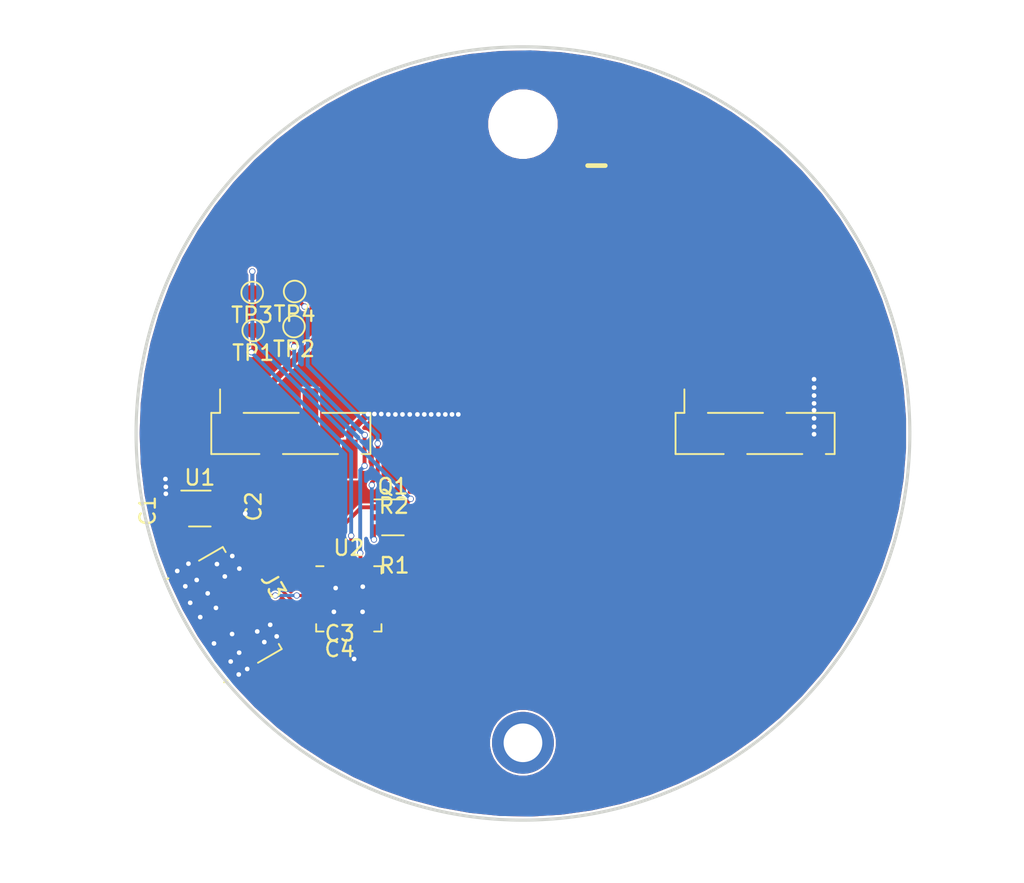
<source format=kicad_pcb>
(kicad_pcb (version 20171130) (host pcbnew 5.1.5-52549c5~84~ubuntu18.04.1)

  (general
    (thickness 1.6)
    (drawings 2)
    (tracks 204)
    (zones 0)
    (modules 18)
    (nets 14)
  )

  (page A4)
  (layers
    (0 F.Cu signal)
    (31 B.Cu signal)
    (32 B.Adhes user)
    (33 F.Adhes user)
    (34 B.Paste user)
    (35 F.Paste user)
    (36 B.SilkS user)
    (37 F.SilkS user)
    (38 B.Mask user)
    (39 F.Mask user)
    (40 Dwgs.User user)
    (41 Cmts.User user)
    (42 Eco1.User user)
    (43 Eco2.User user)
    (44 Edge.Cuts user)
    (45 Margin user)
    (46 B.CrtYd user)
    (47 F.CrtYd user)
    (48 B.Fab user)
    (49 F.Fab user)
  )

  (setup
    (last_trace_width 0.25)
    (user_trace_width 0.127)
    (user_trace_width 0.175)
    (user_trace_width 0.2)
    (user_trace_width 0.29337)
    (user_trace_width 0.45)
    (trace_clearance 0.127)
    (zone_clearance 0.127)
    (zone_45_only no)
    (trace_min 0.125)
    (via_size 0.8)
    (via_drill 0.4)
    (via_min_size 0.3)
    (via_min_drill 0.2)
    (user_via 0.3 0.2)
    (user_via 0.4 0.3)
    (uvia_size 0.3)
    (uvia_drill 0.1)
    (uvias_allowed no)
    (uvia_min_size 0.2)
    (uvia_min_drill 0.1)
    (edge_width 0.2)
    (segment_width 0.2)
    (pcb_text_width 0.3)
    (pcb_text_size 1.5 1.5)
    (mod_edge_width 0.12)
    (mod_text_size 1 1)
    (mod_text_width 0.15)
    (pad_size 2.5 2.5)
    (pad_drill 2.5)
    (pad_to_mask_clearance 0.051)
    (solder_mask_min_width 0.25)
    (aux_axis_origin 0 0)
    (visible_elements 7FFFFFFF)
    (pcbplotparams
      (layerselection 0x010fc_ffffffff)
      (usegerberextensions false)
      (usegerberattributes false)
      (usegerberadvancedattributes false)
      (creategerberjobfile false)
      (excludeedgelayer true)
      (linewidth 0.100000)
      (plotframeref false)
      (viasonmask false)
      (mode 1)
      (useauxorigin false)
      (hpglpennumber 1)
      (hpglpenspeed 20)
      (hpglpendiameter 15.000000)
      (psnegative false)
      (psa4output false)
      (plotreference true)
      (plotvalue true)
      (plotinvisibletext false)
      (padsonsilk false)
      (subtractmaskfromsilk false)
      (outputformat 1)
      (mirror false)
      (drillshape 0)
      (scaleselection 1)
      (outputdirectory "GERBER/"))
  )

  (net 0 "")
  (net 1 GND)
  (net 2 +3V3)
  (net 3 /Sheet5DAF9EB0/IO0)
  (net 4 /Sheet5DAF9EB0/EN)
  (net 5 /Sheet5DAF9EB0/RX)
  (net 6 /Sheet5DAF9EB0/TX)
  (net 7 +5V)
  (net 8 /Sheet5DAF9EB0/D+)
  (net 9 /Sheet5DAF9EB0/D-)
  (net 10 /Sheet5DAF9EB0/RTS)
  (net 11 "Net-(Q1-Pad2)")
  (net 12 /Sheet5DAF9EB0/DTR)
  (net 13 "Net-(Q1-Pad5)")

  (net_class Default "This is the default net class."
    (clearance 0.127)
    (trace_width 0.25)
    (via_dia 0.8)
    (via_drill 0.4)
    (uvia_dia 0.3)
    (uvia_drill 0.1)
    (add_net +3V3)
    (add_net +5V)
    (add_net /Sheet5DAF9EB0/D+)
    (add_net /Sheet5DAF9EB0/D-)
    (add_net /Sheet5DAF9EB0/DTR)
    (add_net /Sheet5DAF9EB0/EN)
    (add_net /Sheet5DAF9EB0/IO0)
    (add_net /Sheet5DAF9EB0/RTS)
    (add_net /Sheet5DAF9EB0/RX)
    (add_net /Sheet5DAF9EB0/TX)
    (add_net GND)
    (add_net "Net-(Q1-Pad2)")
    (add_net "Net-(Q1-Pad5)")
  )

  (module Package_DFN_QFN:QFN-24-1EP_4x4mm_P0.5mm_EP2.6x2.6mm (layer F.Cu) (tedit 5C1FD453) (tstamp 5E95F000)
    (at -11.2522 10.6934)
    (descr "QFN, 24 Pin (http://ww1.microchip.com/downloads/en/PackagingSpec/00000049BQ.pdf#page=278), generated with kicad-footprint-generator ipc_dfn_qfn_generator.py")
    (tags "QFN DFN_QFN")
    (path /5DAF9EB1/5E97449E)
    (attr smd)
    (fp_text reference U2 (at 0 -3.3) (layer F.SilkS)
      (effects (font (size 1 1) (thickness 0.15)))
    )
    (fp_text value CP2102N-A01-GQFN24 (at 0 3.3) (layer F.Fab)
      (effects (font (size 1 1) (thickness 0.15)))
    )
    (fp_text user %R (at 0 0) (layer F.Fab)
      (effects (font (size 1 1) (thickness 0.15)))
    )
    (fp_line (start 2.6 -2.6) (end -2.6 -2.6) (layer F.CrtYd) (width 0.05))
    (fp_line (start 2.6 2.6) (end 2.6 -2.6) (layer F.CrtYd) (width 0.05))
    (fp_line (start -2.6 2.6) (end 2.6 2.6) (layer F.CrtYd) (width 0.05))
    (fp_line (start -2.6 -2.6) (end -2.6 2.6) (layer F.CrtYd) (width 0.05))
    (fp_line (start -2 -1) (end -1 -2) (layer F.Fab) (width 0.1))
    (fp_line (start -2 2) (end -2 -1) (layer F.Fab) (width 0.1))
    (fp_line (start 2 2) (end -2 2) (layer F.Fab) (width 0.1))
    (fp_line (start 2 -2) (end 2 2) (layer F.Fab) (width 0.1))
    (fp_line (start -1 -2) (end 2 -2) (layer F.Fab) (width 0.1))
    (fp_line (start -1.635 -2.11) (end -2.11 -2.11) (layer F.SilkS) (width 0.12))
    (fp_line (start 2.11 2.11) (end 2.11 1.635) (layer F.SilkS) (width 0.12))
    (fp_line (start 1.635 2.11) (end 2.11 2.11) (layer F.SilkS) (width 0.12))
    (fp_line (start -2.11 2.11) (end -2.11 1.635) (layer F.SilkS) (width 0.12))
    (fp_line (start -1.635 2.11) (end -2.11 2.11) (layer F.SilkS) (width 0.12))
    (fp_line (start 2.11 -2.11) (end 2.11 -1.635) (layer F.SilkS) (width 0.12))
    (fp_line (start 1.635 -2.11) (end 2.11 -2.11) (layer F.SilkS) (width 0.12))
    (pad 24 smd roundrect (at -1.25 -1.9375) (size 0.25 0.825) (layers F.Cu F.Paste F.Mask) (roundrect_rratio 0.25))
    (pad 23 smd roundrect (at -0.75 -1.9375) (size 0.25 0.825) (layers F.Cu F.Paste F.Mask) (roundrect_rratio 0.25)
      (net 12 /Sheet5DAF9EB0/DTR))
    (pad 22 smd roundrect (at -0.25 -1.9375) (size 0.25 0.825) (layers F.Cu F.Paste F.Mask) (roundrect_rratio 0.25))
    (pad 21 smd roundrect (at 0.25 -1.9375) (size 0.25 0.825) (layers F.Cu F.Paste F.Mask) (roundrect_rratio 0.25)
      (net 5 /Sheet5DAF9EB0/RX))
    (pad 20 smd roundrect (at 0.75 -1.9375) (size 0.25 0.825) (layers F.Cu F.Paste F.Mask) (roundrect_rratio 0.25)
      (net 6 /Sheet5DAF9EB0/TX))
    (pad 19 smd roundrect (at 1.25 -1.9375) (size 0.25 0.825) (layers F.Cu F.Paste F.Mask) (roundrect_rratio 0.25)
      (net 10 /Sheet5DAF9EB0/RTS))
    (pad 18 smd roundrect (at 1.9375 -1.25) (size 0.825 0.25) (layers F.Cu F.Paste F.Mask) (roundrect_rratio 0.25))
    (pad 17 smd roundrect (at 1.9375 -0.75) (size 0.825 0.25) (layers F.Cu F.Paste F.Mask) (roundrect_rratio 0.25))
    (pad 16 smd roundrect (at 1.9375 -0.25) (size 0.825 0.25) (layers F.Cu F.Paste F.Mask) (roundrect_rratio 0.25))
    (pad 15 smd roundrect (at 1.9375 0.25) (size 0.825 0.25) (layers F.Cu F.Paste F.Mask) (roundrect_rratio 0.25))
    (pad 14 smd roundrect (at 1.9375 0.75) (size 0.825 0.25) (layers F.Cu F.Paste F.Mask) (roundrect_rratio 0.25))
    (pad 13 smd roundrect (at 1.9375 1.25) (size 0.825 0.25) (layers F.Cu F.Paste F.Mask) (roundrect_rratio 0.25))
    (pad 12 smd roundrect (at 1.25 1.9375) (size 0.25 0.825) (layers F.Cu F.Paste F.Mask) (roundrect_rratio 0.25))
    (pad 11 smd roundrect (at 0.75 1.9375) (size 0.25 0.825) (layers F.Cu F.Paste F.Mask) (roundrect_rratio 0.25))
    (pad 10 smd roundrect (at 0.25 1.9375) (size 0.25 0.825) (layers F.Cu F.Paste F.Mask) (roundrect_rratio 0.25))
    (pad 9 smd roundrect (at -0.25 1.9375) (size 0.25 0.825) (layers F.Cu F.Paste F.Mask) (roundrect_rratio 0.25))
    (pad 8 smd roundrect (at -0.75 1.9375) (size 0.25 0.825) (layers F.Cu F.Paste F.Mask) (roundrect_rratio 0.25)
      (net 2 +3V3))
    (pad 7 smd roundrect (at -1.25 1.9375) (size 0.25 0.825) (layers F.Cu F.Paste F.Mask) (roundrect_rratio 0.25)
      (net 2 +3V3))
    (pad 6 smd roundrect (at -1.9375 1.25) (size 0.825 0.25) (layers F.Cu F.Paste F.Mask) (roundrect_rratio 0.25)
      (net 2 +3V3))
    (pad 5 smd roundrect (at -1.9375 0.75) (size 0.825 0.25) (layers F.Cu F.Paste F.Mask) (roundrect_rratio 0.25)
      (net 2 +3V3))
    (pad 4 smd roundrect (at -1.9375 0.25) (size 0.825 0.25) (layers F.Cu F.Paste F.Mask) (roundrect_rratio 0.25)
      (net 9 /Sheet5DAF9EB0/D-))
    (pad 3 smd roundrect (at -1.9375 -0.25) (size 0.825 0.25) (layers F.Cu F.Paste F.Mask) (roundrect_rratio 0.25)
      (net 8 /Sheet5DAF9EB0/D+))
    (pad 2 smd roundrect (at -1.9375 -0.75) (size 0.825 0.25) (layers F.Cu F.Paste F.Mask) (roundrect_rratio 0.25)
      (net 1 GND))
    (pad 1 smd roundrect (at -1.9375 -1.25) (size 0.825 0.25) (layers F.Cu F.Paste F.Mask) (roundrect_rratio 0.25))
    (pad "" smd roundrect (at 0.65 0.65) (size 1.05 1.05) (layers F.Paste) (roundrect_rratio 0.238095))
    (pad "" smd roundrect (at 0.65 -0.65) (size 1.05 1.05) (layers F.Paste) (roundrect_rratio 0.238095))
    (pad "" smd roundrect (at -0.65 0.65) (size 1.05 1.05) (layers F.Paste) (roundrect_rratio 0.238095))
    (pad "" smd roundrect (at -0.65 -0.65) (size 1.05 1.05) (layers F.Paste) (roundrect_rratio 0.238095))
    (pad 25 smd roundrect (at 0 0) (size 2.6 2.6) (layers F.Cu F.Mask) (roundrect_rratio 0.096154)
      (net 1 GND))
    (model ${KISYS3DMOD}/Package_DFN_QFN.3dshapes/QFN-24-1EP_4x4mm_P0.5mm_EP2.6x2.6mm.wrl
      (at (xyz 0 0 0))
      (scale (xyz 1 1 1))
      (rotate (xyz 0 0 0))
    )
  )

  (module Package_TO_SOT_SMD:SOT-353_SC-70-5 (layer F.Cu) (tedit 5A02FF57) (tstamp 5E95EFCE)
    (at -20.8813 4.8537)
    (descr "SOT-353, SC-70-5")
    (tags "SOT-353 SC-70-5")
    (path /5DAF9EB1/5E986C7D)
    (attr smd)
    (fp_text reference U1 (at 0 -2) (layer F.SilkS)
      (effects (font (size 1 1) (thickness 0.15)))
    )
    (fp_text value MIC5366-3.3YC5 (at 0 2 180) (layer F.Fab)
      (effects (font (size 1 1) (thickness 0.15)))
    )
    (fp_line (start -0.175 -1.1) (end -0.675 -0.6) (layer F.Fab) (width 0.1))
    (fp_line (start 0.675 1.1) (end -0.675 1.1) (layer F.Fab) (width 0.1))
    (fp_line (start 0.675 -1.1) (end 0.675 1.1) (layer F.Fab) (width 0.1))
    (fp_line (start -1.6 1.4) (end 1.6 1.4) (layer F.CrtYd) (width 0.05))
    (fp_line (start -0.675 -0.6) (end -0.675 1.1) (layer F.Fab) (width 0.1))
    (fp_line (start 0.675 -1.1) (end -0.175 -1.1) (layer F.Fab) (width 0.1))
    (fp_line (start -1.6 -1.4) (end 1.6 -1.4) (layer F.CrtYd) (width 0.05))
    (fp_line (start -1.6 -1.4) (end -1.6 1.4) (layer F.CrtYd) (width 0.05))
    (fp_line (start 1.6 1.4) (end 1.6 -1.4) (layer F.CrtYd) (width 0.05))
    (fp_line (start -0.7 1.16) (end 0.7 1.16) (layer F.SilkS) (width 0.12))
    (fp_line (start 0.7 -1.16) (end -1.2 -1.16) (layer F.SilkS) (width 0.12))
    (fp_text user %R (at 0 0 90) (layer F.Fab)
      (effects (font (size 0.5 0.5) (thickness 0.075)))
    )
    (pad 5 smd rect (at 0.95 -0.65) (size 0.65 0.4) (layers F.Cu F.Paste F.Mask)
      (net 2 +3V3))
    (pad 4 smd rect (at 0.95 0.65) (size 0.65 0.4) (layers F.Cu F.Paste F.Mask))
    (pad 2 smd rect (at -0.95 0) (size 0.65 0.4) (layers F.Cu F.Paste F.Mask)
      (net 1 GND))
    (pad 3 smd rect (at -0.95 0.65) (size 0.65 0.4) (layers F.Cu F.Paste F.Mask)
      (net 7 +5V))
    (pad 1 smd rect (at -0.95 -0.65) (size 0.65 0.4) (layers F.Cu F.Paste F.Mask)
      (net 7 +5V))
    (model ${KISYS3DMOD}/Package_TO_SOT_SMD.3dshapes/SOT-353_SC-70-5.wrl
      (at (xyz 0 0 0))
      (scale (xyz 1 1 1))
      (rotate (xyz 0 0 0))
    )
  )

  (module Resistor_SMD:R_0402_1005Metric (layer F.Cu) (tedit 5B301BBD) (tstamp 5E95EF81)
    (at -8.3415 3.5052 180)
    (descr "Resistor SMD 0402 (1005 Metric), square (rectangular) end terminal, IPC_7351 nominal, (Body size source: http://www.tortai-tech.com/upload/download/2011102023233369053.pdf), generated with kicad-footprint-generator")
    (tags resistor)
    (path /5DAF9EB1/5E98331A)
    (attr smd)
    (fp_text reference R2 (at 0 -1.17) (layer F.SilkS)
      (effects (font (size 1 1) (thickness 0.15)))
    )
    (fp_text value 10K (at 0 1.17) (layer F.Fab)
      (effects (font (size 1 1) (thickness 0.15)))
    )
    (fp_text user %R (at 0 0) (layer F.Fab)
      (effects (font (size 0.25 0.25) (thickness 0.04)))
    )
    (fp_line (start 0.93 0.47) (end -0.93 0.47) (layer F.CrtYd) (width 0.05))
    (fp_line (start 0.93 -0.47) (end 0.93 0.47) (layer F.CrtYd) (width 0.05))
    (fp_line (start -0.93 -0.47) (end 0.93 -0.47) (layer F.CrtYd) (width 0.05))
    (fp_line (start -0.93 0.47) (end -0.93 -0.47) (layer F.CrtYd) (width 0.05))
    (fp_line (start 0.5 0.25) (end -0.5 0.25) (layer F.Fab) (width 0.1))
    (fp_line (start 0.5 -0.25) (end 0.5 0.25) (layer F.Fab) (width 0.1))
    (fp_line (start -0.5 -0.25) (end 0.5 -0.25) (layer F.Fab) (width 0.1))
    (fp_line (start -0.5 0.25) (end -0.5 -0.25) (layer F.Fab) (width 0.1))
    (pad 2 smd roundrect (at 0.485 0 180) (size 0.59 0.64) (layers F.Cu F.Paste F.Mask) (roundrect_rratio 0.25)
      (net 12 /Sheet5DAF9EB0/DTR))
    (pad 1 smd roundrect (at -0.485 0 180) (size 0.59 0.64) (layers F.Cu F.Paste F.Mask) (roundrect_rratio 0.25)
      (net 13 "Net-(Q1-Pad5)"))
    (model ${KISYS3DMOD}/Resistor_SMD.3dshapes/R_0402_1005Metric.wrl
      (at (xyz 0 0 0))
      (scale (xyz 1 1 1))
      (rotate (xyz 0 0 0))
    )
  )

  (module Resistor_SMD:R_0402_1005Metric (layer F.Cu) (tedit 5B301BBD) (tstamp 5E95EF72)
    (at -8.3058 7.366 180)
    (descr "Resistor SMD 0402 (1005 Metric), square (rectangular) end terminal, IPC_7351 nominal, (Body size source: http://www.tortai-tech.com/upload/download/2011102023233369053.pdf), generated with kicad-footprint-generator")
    (tags resistor)
    (path /5DAF9EB1/5E982A20)
    (attr smd)
    (fp_text reference R1 (at 0 -1.17) (layer F.SilkS)
      (effects (font (size 1 1) (thickness 0.15)))
    )
    (fp_text value 10K (at 0 1.17) (layer F.Fab)
      (effects (font (size 1 1) (thickness 0.15)))
    )
    (fp_text user %R (at 0 0) (layer F.Fab)
      (effects (font (size 0.25 0.25) (thickness 0.04)))
    )
    (fp_line (start 0.93 0.47) (end -0.93 0.47) (layer F.CrtYd) (width 0.05))
    (fp_line (start 0.93 -0.47) (end 0.93 0.47) (layer F.CrtYd) (width 0.05))
    (fp_line (start -0.93 -0.47) (end 0.93 -0.47) (layer F.CrtYd) (width 0.05))
    (fp_line (start -0.93 0.47) (end -0.93 -0.47) (layer F.CrtYd) (width 0.05))
    (fp_line (start 0.5 0.25) (end -0.5 0.25) (layer F.Fab) (width 0.1))
    (fp_line (start 0.5 -0.25) (end 0.5 0.25) (layer F.Fab) (width 0.1))
    (fp_line (start -0.5 -0.25) (end 0.5 -0.25) (layer F.Fab) (width 0.1))
    (fp_line (start -0.5 0.25) (end -0.5 -0.25) (layer F.Fab) (width 0.1))
    (pad 2 smd roundrect (at 0.485 0 180) (size 0.59 0.64) (layers F.Cu F.Paste F.Mask) (roundrect_rratio 0.25)
      (net 11 "Net-(Q1-Pad2)"))
    (pad 1 smd roundrect (at -0.485 0 180) (size 0.59 0.64) (layers F.Cu F.Paste F.Mask) (roundrect_rratio 0.25)
      (net 10 /Sheet5DAF9EB0/RTS))
    (model ${KISYS3DMOD}/Resistor_SMD.3dshapes/R_0402_1005Metric.wrl
      (at (xyz 0 0 0))
      (scale (xyz 1 1 1))
      (rotate (xyz 0 0 0))
    )
  )

  (module Package_TO_SOT_SMD:SOT-363_SC-70-6 (layer F.Cu) (tedit 5A02FF57) (tstamp 5E95EF63)
    (at -8.4049 5.4252)
    (descr "SOT-363, SC-70-6")
    (tags "SOT-363 SC-70-6")
    (path /5DAF9EB1/5E97AA68)
    (attr smd)
    (fp_text reference Q1 (at 0 -2) (layer F.SilkS)
      (effects (font (size 1 1) (thickness 0.15)))
    )
    (fp_text value MBT3904DW1 (at 0 2 180) (layer F.Fab)
      (effects (font (size 1 1) (thickness 0.15)))
    )
    (fp_line (start -0.175 -1.1) (end -0.675 -0.6) (layer F.Fab) (width 0.1))
    (fp_line (start 0.675 1.1) (end -0.675 1.1) (layer F.Fab) (width 0.1))
    (fp_line (start 0.675 -1.1) (end 0.675 1.1) (layer F.Fab) (width 0.1))
    (fp_line (start -1.6 1.4) (end 1.6 1.4) (layer F.CrtYd) (width 0.05))
    (fp_line (start -0.675 -0.6) (end -0.675 1.1) (layer F.Fab) (width 0.1))
    (fp_line (start 0.675 -1.1) (end -0.175 -1.1) (layer F.Fab) (width 0.1))
    (fp_line (start -1.6 -1.4) (end 1.6 -1.4) (layer F.CrtYd) (width 0.05))
    (fp_line (start -1.6 -1.4) (end -1.6 1.4) (layer F.CrtYd) (width 0.05))
    (fp_line (start 1.6 1.4) (end 1.6 -1.4) (layer F.CrtYd) (width 0.05))
    (fp_line (start -0.7 1.16) (end 0.7 1.16) (layer F.SilkS) (width 0.12))
    (fp_line (start 0.7 -1.16) (end -1.2 -1.16) (layer F.SilkS) (width 0.12))
    (fp_text user %R (at 0 0 90) (layer F.Fab)
      (effects (font (size 0.5 0.5) (thickness 0.075)))
    )
    (pad 6 smd rect (at 0.95 -0.65) (size 0.65 0.4) (layers F.Cu F.Paste F.Mask)
      (net 3 /Sheet5DAF9EB0/IO0))
    (pad 4 smd rect (at 0.95 0.65) (size 0.65 0.4) (layers F.Cu F.Paste F.Mask)
      (net 10 /Sheet5DAF9EB0/RTS))
    (pad 2 smd rect (at -0.95 0) (size 0.65 0.4) (layers F.Cu F.Paste F.Mask)
      (net 11 "Net-(Q1-Pad2)"))
    (pad 5 smd rect (at 0.95 0) (size 0.65 0.4) (layers F.Cu F.Paste F.Mask)
      (net 13 "Net-(Q1-Pad5)"))
    (pad 3 smd rect (at -0.95 0.65) (size 0.65 0.4) (layers F.Cu F.Paste F.Mask)
      (net 4 /Sheet5DAF9EB0/EN))
    (pad 1 smd rect (at -0.95 -0.65) (size 0.65 0.4) (layers F.Cu F.Paste F.Mask)
      (net 12 /Sheet5DAF9EB0/DTR))
    (model ${KISYS3DMOD}/Package_TO_SOT_SMD.3dshapes/SOT-363_SC-70-6.wrl
      (at (xyz 0 0 0))
      (scale (xyz 1 1 1))
      (rotate (xyz 0 0 0))
    )
  )

  (module Connector_USB:USB_Micro-B_Molex_47346-0001 (layer F.Cu) (tedit 5D8620A7) (tstamp 5E95F1CA)
    (at -18.9738 11.4935 300)
    (descr "Micro USB B receptable with flange, bottom-mount, SMD, right-angle (http://www.molex.com/pdm_docs/sd/473460001_sd.pdf)")
    (tags "Micro B USB SMD")
    (path /5DAF9EB1/5E96F049)
    (attr smd)
    (fp_text reference J3 (at 0 -3.3 300) (layer F.SilkS)
      (effects (font (size 1 1) (thickness 0.15)))
    )
    (fp_text value USB_B_Micro (at 0 4.6 300) (layer F.Fab)
      (effects (font (size 1 1) (thickness 0.15)))
    )
    (fp_line (start -3.25 2.65) (end 3.25 2.65) (layer F.Fab) (width 0.1))
    (fp_line (start -3.81 2.6) (end -3.81 2.34) (layer F.SilkS) (width 0.12))
    (fp_line (start -3.81 0.06) (end -3.81 -1.71) (layer F.SilkS) (width 0.12))
    (fp_line (start -3.81 -1.71) (end -3.43 -1.71) (layer F.SilkS) (width 0.12))
    (fp_line (start 3.81 -1.71) (end 3.81 0.06) (layer F.SilkS) (width 0.12))
    (fp_line (start 3.81 2.34) (end 3.81 2.6) (layer F.SilkS) (width 0.12))
    (fp_line (start -3.75 3.35) (end -3.75 -1.65) (layer F.Fab) (width 0.1))
    (fp_line (start -3.75 -1.65) (end 3.75 -1.65) (layer F.Fab) (width 0.1))
    (fp_line (start 3.75 -1.65) (end 3.75 3.35) (layer F.Fab) (width 0.1))
    (fp_line (start 3.75 3.35) (end -3.75 3.35) (layer F.Fab) (width 0.1))
    (fp_line (start -4.7 3.85) (end -4.7 -2.65) (layer F.CrtYd) (width 0.05))
    (fp_line (start -4.7 -2.65) (end 4.7 -2.65) (layer F.CrtYd) (width 0.05))
    (fp_line (start 4.7 -2.65) (end 4.7 3.85) (layer F.CrtYd) (width 0.05))
    (fp_line (start 4.7 3.85) (end -4.7 3.85) (layer F.CrtYd) (width 0.05))
    (fp_line (start 3.81 -1.71) (end 3.43 -1.71) (layer F.SilkS) (width 0.12))
    (fp_text user %R (at 0 1.2 120) (layer F.Fab)
      (effects (font (size 1 1) (thickness 0.15)))
    )
    (fp_text user "PCB Edge" (at 0 2.67 300) (layer Dwgs.User)
      (effects (font (size 0.4 0.4) (thickness 0.04)))
    )
    (pad 6 smd rect (at 1.55 1.2 300) (size 1 1.9) (layers F.Cu F.Paste F.Mask)
      (net 1 GND))
    (pad 6 smd rect (at -1.15 1.2 300) (size 1.8 1.9) (layers F.Cu F.Paste F.Mask)
      (net 1 GND))
    (pad 6 smd rect (at 3.375 1.2 300) (size 1.65 1.3) (layers F.Cu F.Paste F.Mask)
      (net 1 GND))
    (pad 6 smd rect (at -3.375 1.2 300) (size 1.65 1.3) (layers F.Cu F.Paste F.Mask)
      (net 1 GND))
    (pad 6 smd rect (at 2.4875 -1.375 300) (size 1.425 1.55) (layers F.Cu F.Paste F.Mask)
      (net 1 GND))
    (pad 6 smd rect (at -2.4875 -1.375 300) (size 1.425 1.55) (layers F.Cu F.Paste F.Mask)
      (net 1 GND))
    (pad 5 smd rect (at 1.3 -1.46 300) (size 0.45 1.38) (layers F.Cu F.Paste F.Mask)
      (net 1 GND))
    (pad 4 smd rect (at 0.65 -1.46 300) (size 0.45 1.38) (layers F.Cu F.Paste F.Mask))
    (pad 3 smd rect (at 0 -1.46 300) (size 0.45 1.38) (layers F.Cu F.Paste F.Mask)
      (net 8 /Sheet5DAF9EB0/D+))
    (pad 2 smd rect (at -0.65 -1.46 300) (size 0.45 1.38) (layers F.Cu F.Paste F.Mask)
      (net 9 /Sheet5DAF9EB0/D-))
    (pad 1 smd rect (at -1.3 -1.46 300) (size 0.45 1.38) (layers F.Cu F.Paste F.Mask)
      (net 7 +5V))
    (model ${KISYS3DMOD}/Connector_USB.3dshapes/USB_Micro-B_Molex_47346-0001.wrl
      (at (xyz 0 0 0))
      (scale (xyz 1 1 1))
      (rotate (xyz 0 0 0))
    )
  )

  (module Capacitor_SMD:C_0402_1005Metric (layer F.Cu) (tedit 5B301BBE) (tstamp 5E95EE5D)
    (at -11.8491 15.113)
    (descr "Capacitor SMD 0402 (1005 Metric), square (rectangular) end terminal, IPC_7351 nominal, (Body size source: http://www.tortai-tech.com/upload/download/2011102023233369053.pdf), generated with kicad-footprint-generator")
    (tags capacitor)
    (path /5DAF9EB1/5E975A92)
    (attr smd)
    (fp_text reference C4 (at 0 -1.17) (layer F.SilkS)
      (effects (font (size 1 1) (thickness 0.15)))
    )
    (fp_text value 0.1uF (at 0 1.17) (layer F.Fab)
      (effects (font (size 1 1) (thickness 0.15)))
    )
    (fp_text user %R (at 0 0) (layer F.Fab)
      (effects (font (size 0.25 0.25) (thickness 0.04)))
    )
    (fp_line (start 0.93 0.47) (end -0.93 0.47) (layer F.CrtYd) (width 0.05))
    (fp_line (start 0.93 -0.47) (end 0.93 0.47) (layer F.CrtYd) (width 0.05))
    (fp_line (start -0.93 -0.47) (end 0.93 -0.47) (layer F.CrtYd) (width 0.05))
    (fp_line (start -0.93 0.47) (end -0.93 -0.47) (layer F.CrtYd) (width 0.05))
    (fp_line (start 0.5 0.25) (end -0.5 0.25) (layer F.Fab) (width 0.1))
    (fp_line (start 0.5 -0.25) (end 0.5 0.25) (layer F.Fab) (width 0.1))
    (fp_line (start -0.5 -0.25) (end 0.5 -0.25) (layer F.Fab) (width 0.1))
    (fp_line (start -0.5 0.25) (end -0.5 -0.25) (layer F.Fab) (width 0.1))
    (pad 2 smd roundrect (at 0.485 0) (size 0.59 0.64) (layers F.Cu F.Paste F.Mask) (roundrect_rratio 0.25)
      (net 1 GND))
    (pad 1 smd roundrect (at -0.485 0) (size 0.59 0.64) (layers F.Cu F.Paste F.Mask) (roundrect_rratio 0.25)
      (net 2 +3V3))
    (model ${KISYS3DMOD}/Capacitor_SMD.3dshapes/C_0402_1005Metric.wrl
      (at (xyz 0 0 0))
      (scale (xyz 1 1 1))
      (rotate (xyz 0 0 0))
    )
  )

  (module Capacitor_SMD:C_0402_1005Metric (layer F.Cu) (tedit 5B301BBE) (tstamp 5E95EE4E)
    (at -11.8364 14.097)
    (descr "Capacitor SMD 0402 (1005 Metric), square (rectangular) end terminal, IPC_7351 nominal, (Body size source: http://www.tortai-tech.com/upload/download/2011102023233369053.pdf), generated with kicad-footprint-generator")
    (tags capacitor)
    (path /5DAF9EB1/5E975908)
    (attr smd)
    (fp_text reference C3 (at 0 -1.17) (layer F.SilkS)
      (effects (font (size 1 1) (thickness 0.15)))
    )
    (fp_text value 10uF (at 0 1.17) (layer F.Fab)
      (effects (font (size 1 1) (thickness 0.15)))
    )
    (fp_text user %R (at 0 0) (layer F.Fab)
      (effects (font (size 0.25 0.25) (thickness 0.04)))
    )
    (fp_line (start 0.93 0.47) (end -0.93 0.47) (layer F.CrtYd) (width 0.05))
    (fp_line (start 0.93 -0.47) (end 0.93 0.47) (layer F.CrtYd) (width 0.05))
    (fp_line (start -0.93 -0.47) (end 0.93 -0.47) (layer F.CrtYd) (width 0.05))
    (fp_line (start -0.93 0.47) (end -0.93 -0.47) (layer F.CrtYd) (width 0.05))
    (fp_line (start 0.5 0.25) (end -0.5 0.25) (layer F.Fab) (width 0.1))
    (fp_line (start 0.5 -0.25) (end 0.5 0.25) (layer F.Fab) (width 0.1))
    (fp_line (start -0.5 -0.25) (end 0.5 -0.25) (layer F.Fab) (width 0.1))
    (fp_line (start -0.5 0.25) (end -0.5 -0.25) (layer F.Fab) (width 0.1))
    (pad 2 smd roundrect (at 0.485 0) (size 0.59 0.64) (layers F.Cu F.Paste F.Mask) (roundrect_rratio 0.25)
      (net 1 GND))
    (pad 1 smd roundrect (at -0.485 0) (size 0.59 0.64) (layers F.Cu F.Paste F.Mask) (roundrect_rratio 0.25)
      (net 2 +3V3))
    (model ${KISYS3DMOD}/Capacitor_SMD.3dshapes/C_0402_1005Metric.wrl
      (at (xyz 0 0 0))
      (scale (xyz 1 1 1))
      (rotate (xyz 0 0 0))
    )
  )

  (module Capacitor_SMD:C_0402_1005Metric (layer F.Cu) (tedit 5B301BBE) (tstamp 5E95EE3F)
    (at -18.5801 4.7244 270)
    (descr "Capacitor SMD 0402 (1005 Metric), square (rectangular) end terminal, IPC_7351 nominal, (Body size source: http://www.tortai-tech.com/upload/download/2011102023233369053.pdf), generated with kicad-footprint-generator")
    (tags capacitor)
    (path /5DAF9EB1/5E9891B3)
    (attr smd)
    (fp_text reference C2 (at 0 -1.17 90) (layer F.SilkS)
      (effects (font (size 1 1) (thickness 0.15)))
    )
    (fp_text value C (at 0 1.17 90) (layer F.Fab)
      (effects (font (size 1 1) (thickness 0.15)))
    )
    (fp_text user %R (at 0 0 90) (layer F.Fab)
      (effects (font (size 0.25 0.25) (thickness 0.04)))
    )
    (fp_line (start 0.93 0.47) (end -0.93 0.47) (layer F.CrtYd) (width 0.05))
    (fp_line (start 0.93 -0.47) (end 0.93 0.47) (layer F.CrtYd) (width 0.05))
    (fp_line (start -0.93 -0.47) (end 0.93 -0.47) (layer F.CrtYd) (width 0.05))
    (fp_line (start -0.93 0.47) (end -0.93 -0.47) (layer F.CrtYd) (width 0.05))
    (fp_line (start 0.5 0.25) (end -0.5 0.25) (layer F.Fab) (width 0.1))
    (fp_line (start 0.5 -0.25) (end 0.5 0.25) (layer F.Fab) (width 0.1))
    (fp_line (start -0.5 -0.25) (end 0.5 -0.25) (layer F.Fab) (width 0.1))
    (fp_line (start -0.5 0.25) (end -0.5 -0.25) (layer F.Fab) (width 0.1))
    (pad 2 smd roundrect (at 0.485 0 270) (size 0.59 0.64) (layers F.Cu F.Paste F.Mask) (roundrect_rratio 0.25)
      (net 1 GND))
    (pad 1 smd roundrect (at -0.485 0 270) (size 0.59 0.64) (layers F.Cu F.Paste F.Mask) (roundrect_rratio 0.25)
      (net 2 +3V3))
    (model ${KISYS3DMOD}/Capacitor_SMD.3dshapes/C_0402_1005Metric.wrl
      (at (xyz 0 0 0))
      (scale (xyz 1 1 1))
      (rotate (xyz 0 0 0))
    )
  )

  (module Capacitor_SMD:C_0402_1005Metric (layer F.Cu) (tedit 5B301BBE) (tstamp 5E95EE30)
    (at -23.0759 5.0062 90)
    (descr "Capacitor SMD 0402 (1005 Metric), square (rectangular) end terminal, IPC_7351 nominal, (Body size source: http://www.tortai-tech.com/upload/download/2011102023233369053.pdf), generated with kicad-footprint-generator")
    (tags capacitor)
    (path /5DAF9EB1/5E9883D7)
    (attr smd)
    (fp_text reference C1 (at 0 -1.17 270) (layer F.SilkS)
      (effects (font (size 1 1) (thickness 0.15)))
    )
    (fp_text value C (at 0 1.17 270) (layer F.Fab)
      (effects (font (size 1 1) (thickness 0.15)))
    )
    (fp_text user %R (at 0 0 270) (layer F.Fab)
      (effects (font (size 0.25 0.25) (thickness 0.04)))
    )
    (fp_line (start 0.93 0.47) (end -0.93 0.47) (layer F.CrtYd) (width 0.05))
    (fp_line (start 0.93 -0.47) (end 0.93 0.47) (layer F.CrtYd) (width 0.05))
    (fp_line (start -0.93 -0.47) (end 0.93 -0.47) (layer F.CrtYd) (width 0.05))
    (fp_line (start -0.93 0.47) (end -0.93 -0.47) (layer F.CrtYd) (width 0.05))
    (fp_line (start 0.5 0.25) (end -0.5 0.25) (layer F.Fab) (width 0.1))
    (fp_line (start 0.5 -0.25) (end 0.5 0.25) (layer F.Fab) (width 0.1))
    (fp_line (start -0.5 -0.25) (end 0.5 -0.25) (layer F.Fab) (width 0.1))
    (fp_line (start -0.5 0.25) (end -0.5 -0.25) (layer F.Fab) (width 0.1))
    (pad 2 smd roundrect (at 0.485 0 90) (size 0.59 0.64) (layers F.Cu F.Paste F.Mask) (roundrect_rratio 0.25)
      (net 1 GND))
    (pad 1 smd roundrect (at -0.485 0 90) (size 0.59 0.64) (layers F.Cu F.Paste F.Mask) (roundrect_rratio 0.25)
      (net 7 +5V))
    (model ${KISYS3DMOD}/Capacitor_SMD.3dshapes/C_0402_1005Metric.wrl
      (at (xyz 0 0 0))
      (scale (xyz 1 1 1))
      (rotate (xyz 0 0 0))
    )
  )

  (module TestPoint:TestPoint_Pad_D1.0mm (layer F.Cu) (tedit 5A0F774F) (tstamp 5E974238)
    (at -14.75232 -9.17956 180)
    (descr "SMD pad as test Point, diameter 1.0mm")
    (tags "test point SMD pad")
    (path /5DAF9EB1/5E876772)
    (attr virtual)
    (fp_text reference TP4 (at 0 -1.448) (layer F.SilkS)
      (effects (font (size 1 1) (thickness 0.15)))
    )
    (fp_text value TestPoint (at 0 1.55) (layer F.Fab)
      (effects (font (size 1 1) (thickness 0.15)))
    )
    (fp_circle (center 0 0) (end 0 0.7) (layer F.SilkS) (width 0.12))
    (fp_circle (center 0 0) (end 1 0) (layer F.CrtYd) (width 0.05))
    (fp_text user %R (at 0 -1.45) (layer F.Fab)
      (effects (font (size 1 1) (thickness 0.15)))
    )
    (pad 1 smd circle (at 0 0 180) (size 1 1) (layers F.Cu F.Mask)
      (net 4 /Sheet5DAF9EB0/EN))
  )

  (module TestPoint:TestPoint_Pad_D1.0mm (layer F.Cu) (tedit 5A0F774F) (tstamp 5E974262)
    (at -17.49552 -9.10844 180)
    (descr "SMD pad as test Point, diameter 1.0mm")
    (tags "test point SMD pad")
    (path /5DAF9EB1/5E87656F)
    (attr virtual)
    (fp_text reference TP3 (at 0 -1.448) (layer F.SilkS)
      (effects (font (size 1 1) (thickness 0.15)))
    )
    (fp_text value TestPoint (at 0 1.55) (layer F.Fab)
      (effects (font (size 1 1) (thickness 0.15)))
    )
    (fp_circle (center 0 0) (end 0 0.7) (layer F.SilkS) (width 0.12))
    (fp_circle (center 0 0) (end 1 0) (layer F.CrtYd) (width 0.05))
    (fp_text user %R (at 0 -1.45) (layer F.Fab)
      (effects (font (size 1 1) (thickness 0.15)))
    )
    (pad 1 smd circle (at 0 0 180) (size 1 1) (layers F.Cu F.Mask)
      (net 3 /Sheet5DAF9EB0/IO0))
  )

  (module TestPoint:TestPoint_Pad_D1.0mm (layer F.Cu) (tedit 5A0F774F) (tstamp 5E97424D)
    (at -14.7955 -6.9088 180)
    (descr "SMD pad as test Point, diameter 1.0mm")
    (tags "test point SMD pad")
    (path /5DAF9EB1/5E875FC9)
    (attr virtual)
    (fp_text reference TP2 (at 0 -1.448) (layer F.SilkS)
      (effects (font (size 1 1) (thickness 0.15)))
    )
    (fp_text value TestPoint (at 0 1.55) (layer F.Fab)
      (effects (font (size 1 1) (thickness 0.15)))
    )
    (fp_circle (center 0 0) (end 0 0.7) (layer F.SilkS) (width 0.12))
    (fp_circle (center 0 0) (end 1 0) (layer F.CrtYd) (width 0.05))
    (fp_text user %R (at 0 -1.45) (layer F.Fab)
      (effects (font (size 1 1) (thickness 0.15)))
    )
    (pad 1 smd circle (at 0 0 180) (size 1 1) (layers F.Cu F.Mask)
      (net 6 /Sheet5DAF9EB0/TX))
  )

  (module TestPoint:TestPoint_Pad_D1.0mm (layer F.Cu) (tedit 5A0F774F) (tstamp 5E974277)
    (at -17.42948 -6.65988 180)
    (descr "SMD pad as test Point, diameter 1.0mm")
    (tags "test point SMD pad")
    (path /5DAF9EB1/5E875BD1)
    (attr virtual)
    (fp_text reference TP1 (at 0 -1.448) (layer F.SilkS)
      (effects (font (size 1 1) (thickness 0.15)))
    )
    (fp_text value TestPoint (at 0 1.55) (layer F.Fab)
      (effects (font (size 1 1) (thickness 0.15)))
    )
    (fp_circle (center 0 0) (end 0 0.7) (layer F.SilkS) (width 0.12))
    (fp_circle (center 0 0) (end 1 0) (layer F.CrtYd) (width 0.05))
    (fp_text user %R (at 0 -1.45) (layer F.Fab)
      (effects (font (size 1 1) (thickness 0.15)))
    )
    (pad 1 smd circle (at 0 0 180) (size 1 1) (layers F.Cu F.Mask)
      (net 5 /Sheet5DAF9EB0/RX))
  )

  (module Connector_PinHeader_2.54mm:PinHeader_1x04_P2.54mm_Vertical_SMD_Pin1Right (layer F.Cu) (tedit 59FED5CC) (tstamp 5E1F3FC9)
    (at -15 0 90)
    (descr "surface-mounted straight pin header, 1x04, 2.54mm pitch, single row, style 2 (pin 1 right)")
    (tags "Surface mounted pin header SMD 1x04 2.54mm single row style2 pin1 right")
    (path /5DAF9EB1/5DE7CB78)
    (attr smd)
    (fp_text reference J2 (at 0 -6.14 270) (layer F.SilkS) hide
      (effects (font (size 1 1) (thickness 0.15)))
    )
    (fp_text value Conn_01x04_Female (at 0 6.14 270) (layer F.Fab) hide
      (effects (font (size 1 1) (thickness 0.15)))
    )
    (fp_text user %R (at 0 0 180) (layer F.Fab) hide
      (effects (font (size 1 1) (thickness 0.15)))
    )
    (fp_line (start 3.45 -5.6) (end -3.45 -5.6) (layer F.CrtYd) (width 0.05))
    (fp_line (start 3.45 5.6) (end 3.45 -5.6) (layer F.CrtYd) (width 0.05))
    (fp_line (start -3.45 5.6) (end 3.45 5.6) (layer F.CrtYd) (width 0.05))
    (fp_line (start -3.45 -5.6) (end -3.45 5.6) (layer F.CrtYd) (width 0.05))
    (fp_line (start -1.33 -0.51) (end -1.33 3.05) (layer F.SilkS) (width 0.12))
    (fp_line (start -1.33 4.57) (end -1.33 5.14) (layer F.SilkS) (width 0.12))
    (fp_line (start 1.33 -5.14) (end 1.33 -4.57) (layer F.SilkS) (width 0.12))
    (fp_line (start 1.33 -4.57) (end 2.85 -4.57) (layer F.SilkS) (width 0.12))
    (fp_line (start -1.33 -5.14) (end -1.33 -2.03) (layer F.SilkS) (width 0.12))
    (fp_line (start 1.33 2.03) (end 1.33 5.14) (layer F.SilkS) (width 0.12))
    (fp_line (start 1.33 -3.05) (end 1.33 0.51) (layer F.SilkS) (width 0.12))
    (fp_line (start -1.33 5.14) (end 1.33 5.14) (layer F.SilkS) (width 0.12))
    (fp_line (start -1.33 -5.14) (end 1.33 -5.14) (layer F.SilkS) (width 0.12))
    (fp_line (start 2.54 1.59) (end 1.27 1.59) (layer F.Fab) (width 0.1))
    (fp_line (start 2.54 0.95) (end 2.54 1.59) (layer F.Fab) (width 0.1))
    (fp_line (start 1.27 0.95) (end 2.54 0.95) (layer F.Fab) (width 0.1))
    (fp_line (start 2.54 -3.49) (end 1.27 -3.49) (layer F.Fab) (width 0.1))
    (fp_line (start 2.54 -4.13) (end 2.54 -3.49) (layer F.Fab) (width 0.1))
    (fp_line (start 1.27 -4.13) (end 2.54 -4.13) (layer F.Fab) (width 0.1))
    (fp_line (start -2.54 4.13) (end -1.27 4.13) (layer F.Fab) (width 0.1))
    (fp_line (start -2.54 3.49) (end -2.54 4.13) (layer F.Fab) (width 0.1))
    (fp_line (start -1.27 3.49) (end -2.54 3.49) (layer F.Fab) (width 0.1))
    (fp_line (start -2.54 -0.95) (end -1.27 -0.95) (layer F.Fab) (width 0.1))
    (fp_line (start -2.54 -1.59) (end -2.54 -0.95) (layer F.Fab) (width 0.1))
    (fp_line (start -1.27 -1.59) (end -2.54 -1.59) (layer F.Fab) (width 0.1))
    (fp_line (start -1.27 -5.08) (end -1.27 5.08) (layer F.Fab) (width 0.1))
    (fp_line (start 1.27 -4.13) (end 0.32 -5.08) (layer F.Fab) (width 0.1))
    (fp_line (start 1.27 5.08) (end 1.27 -4.13) (layer F.Fab) (width 0.1))
    (fp_line (start -1.27 -5.08) (end 0.32 -5.08) (layer F.Fab) (width 0.1))
    (fp_line (start 1.27 5.08) (end -1.27 5.08) (layer F.Fab) (width 0.1))
    (pad 3 smd rect (at 1.655 1.27 90) (size 2.51 1) (layers F.Cu F.Paste F.Mask))
    (pad 1 smd rect (at 1.655 -3.81 90) (size 2.51 1) (layers F.Cu F.Paste F.Mask)
      (net 7 +5V))
    (pad 4 smd rect (at -1.655 3.81 90) (size 2.51 1) (layers F.Cu F.Paste F.Mask)
      (net 1 GND))
    (pad 2 smd rect (at -1.655 -1.27 90) (size 2.51 1) (layers F.Cu F.Paste F.Mask))
    (model ${KISYS3DMOD}/Connector_PinHeader_2.54mm.3dshapes/PinHeader_1x04_P2.54mm_Vertical_SMD_Pin1Right.wrl
      (at (xyz 0 0 0))
      (scale (xyz 1 1 1))
      (rotate (xyz 0 0 0))
    )
  )

  (module Connector_PinHeader_2.54mm:PinHeader_1x04_P2.54mm_Vertical_SMD_Pin1Right (layer F.Cu) (tedit 59FED5CC) (tstamp 5DE585B6)
    (at 15 0 90)
    (descr "surface-mounted straight pin header, 1x04, 2.54mm pitch, single row, style 2 (pin 1 right)")
    (tags "Surface mounted pin header SMD 1x04 2.54mm single row style2 pin1 right")
    (path /5DAF9EB1/5DE7C99C)
    (attr smd)
    (fp_text reference J1 (at 0 -6.14 270) (layer F.SilkS) hide
      (effects (font (size 1 1) (thickness 0.15)))
    )
    (fp_text value Conn_01x04_Female (at 0 6.14 270) (layer F.Fab) hide
      (effects (font (size 1 1) (thickness 0.15)))
    )
    (fp_text user %R (at 0 0 180) (layer F.Fab) hide
      (effects (font (size 1 1) (thickness 0.15)))
    )
    (fp_line (start 3.45 -5.6) (end -3.45 -5.6) (layer F.CrtYd) (width 0.05))
    (fp_line (start 3.45 5.6) (end 3.45 -5.6) (layer F.CrtYd) (width 0.05))
    (fp_line (start -3.45 5.6) (end 3.45 5.6) (layer F.CrtYd) (width 0.05))
    (fp_line (start -3.45 -5.6) (end -3.45 5.6) (layer F.CrtYd) (width 0.05))
    (fp_line (start -1.33 -0.51) (end -1.33 3.05) (layer F.SilkS) (width 0.12))
    (fp_line (start -1.33 4.57) (end -1.33 5.14) (layer F.SilkS) (width 0.12))
    (fp_line (start 1.33 -5.14) (end 1.33 -4.57) (layer F.SilkS) (width 0.12))
    (fp_line (start 1.33 -4.57) (end 2.85 -4.57) (layer F.SilkS) (width 0.12))
    (fp_line (start -1.33 -5.14) (end -1.33 -2.03) (layer F.SilkS) (width 0.12))
    (fp_line (start 1.33 2.03) (end 1.33 5.14) (layer F.SilkS) (width 0.12))
    (fp_line (start 1.33 -3.05) (end 1.33 0.51) (layer F.SilkS) (width 0.12))
    (fp_line (start -1.33 5.14) (end 1.33 5.14) (layer F.SilkS) (width 0.12))
    (fp_line (start -1.33 -5.14) (end 1.33 -5.14) (layer F.SilkS) (width 0.12))
    (fp_line (start 2.54 1.59) (end 1.27 1.59) (layer F.Fab) (width 0.1))
    (fp_line (start 2.54 0.95) (end 2.54 1.59) (layer F.Fab) (width 0.1))
    (fp_line (start 1.27 0.95) (end 2.54 0.95) (layer F.Fab) (width 0.1))
    (fp_line (start 2.54 -3.49) (end 1.27 -3.49) (layer F.Fab) (width 0.1))
    (fp_line (start 2.54 -4.13) (end 2.54 -3.49) (layer F.Fab) (width 0.1))
    (fp_line (start 1.27 -4.13) (end 2.54 -4.13) (layer F.Fab) (width 0.1))
    (fp_line (start -2.54 4.13) (end -1.27 4.13) (layer F.Fab) (width 0.1))
    (fp_line (start -2.54 3.49) (end -2.54 4.13) (layer F.Fab) (width 0.1))
    (fp_line (start -1.27 3.49) (end -2.54 3.49) (layer F.Fab) (width 0.1))
    (fp_line (start -2.54 -0.95) (end -1.27 -0.95) (layer F.Fab) (width 0.1))
    (fp_line (start -2.54 -1.59) (end -2.54 -0.95) (layer F.Fab) (width 0.1))
    (fp_line (start -1.27 -1.59) (end -2.54 -1.59) (layer F.Fab) (width 0.1))
    (fp_line (start -1.27 -5.08) (end -1.27 5.08) (layer F.Fab) (width 0.1))
    (fp_line (start 1.27 -4.13) (end 0.32 -5.08) (layer F.Fab) (width 0.1))
    (fp_line (start 1.27 5.08) (end 1.27 -4.13) (layer F.Fab) (width 0.1))
    (fp_line (start -1.27 -5.08) (end 0.32 -5.08) (layer F.Fab) (width 0.1))
    (fp_line (start 1.27 5.08) (end -1.27 5.08) (layer F.Fab) (width 0.1))
    (pad 3 smd rect (at 1.655 1.27 90) (size 2.51 1) (layers F.Cu F.Paste F.Mask))
    (pad 1 smd rect (at 1.655 -3.81 90) (size 2.51 1) (layers F.Cu F.Paste F.Mask)
      (net 7 +5V))
    (pad 4 smd rect (at -1.655 3.81 90) (size 2.51 1) (layers F.Cu F.Paste F.Mask)
      (net 1 GND))
    (pad 2 smd rect (at -1.655 -1.27 90) (size 2.51 1) (layers F.Cu F.Paste F.Mask))
    (model ${KISYS3DMOD}/Connector_PinHeader_2.54mm.3dshapes/PinHeader_1x04_P2.54mm_Vertical_SMD_Pin1Right.wrl
      (at (xyz 0 0 0))
      (scale (xyz 1 1 1))
      (rotate (xyz 0 0 0))
    )
  )

  (module MountingHole:MountingHole_2.5mm_Pad (layer F.Cu) (tedit 5E027164) (tstamp 5E027FC0)
    (at 0 20)
    (descr "Mounting Hole 2.5mm")
    (tags "mounting hole 2.5mm")
    (path /5DAF9EB1/5E02FF33)
    (attr virtual)
    (fp_text reference H3 (at 0 -3.5) (layer F.SilkS) hide
      (effects (font (size 1 1) (thickness 0.15)))
    )
    (fp_text value MountingHole_Pad (at 0 3.5) (layer F.Fab) hide
      (effects (font (size 1 1) (thickness 0.15)))
    )
    (fp_circle (center 0 0) (end 2.75 0) (layer F.CrtYd) (width 0.05))
    (fp_circle (center 0 0) (end 2.5 0) (layer Cmts.User) (width 0.15))
    (fp_text user %R (at 0.3 0) (layer F.Fab) hide
      (effects (font (size 1 1) (thickness 0.15)))
    )
    (pad 1 thru_hole circle (at 0 0) (size 4 4) (drill 2.5) (layers *.Cu *.Mask))
  )

  (module MountingHole:MountingHole_2.5mm (layer F.Cu) (tedit 5DE8571D) (tstamp 5DE5858F)
    (at 0 -20)
    (descr "Mounting Hole 2.5mm, no annular")
    (tags "mounting hole 2.5mm no annular")
    (path /5DAF9EB1/5DB371B9)
    (attr virtual)
    (fp_text reference H10 (at 0 -3.5) (layer F.SilkS) hide
      (effects (font (size 1 1) (thickness 0.15)))
    )
    (fp_text value MountingHole (at 0 3.5) (layer F.Fab) hide
      (effects (font (size 1 1) (thickness 0.15)))
    )
    (fp_circle (center 0 0) (end 2.75 0) (layer F.CrtYd) (width 0.05))
    (fp_circle (center 0 0) (end 2.5 0) (layer Cmts.User) (width 0.15))
    (fp_text user %R (at 0.3 0) (layer F.Fab) hide
      (effects (font (size 1 1) (thickness 0.15)))
    )
    (pad "" np_thru_hole circle (at 0 0) (size 2.5 2.5) (drill 2.5) (layers *.Cu *.Mask)
      (clearance 1))
  )

  (gr_text - (at 4.7498 -17.4244) (layer F.SilkS) (tstamp 5E780244)
    (effects (font (size 1.5 1.5) (thickness 0.3)))
  )
  (gr_circle (center 0 0) (end 25 0) (layer Edge.Cuts) (width 0.2))

  (via (at -12.2174 11.5316) (size 0.4) (drill 0.3) (layers F.Cu B.Cu) (net 1))
  (via (at -10.3632 11.5316) (size 0.4) (drill 0.3) (layers F.Cu B.Cu) (net 1))
  (via (at -10.3505 9.906) (size 0.4) (drill 0.3) (layers F.Cu B.Cu) (net 1))
  (via (at -16.7132 13.4874) (size 0.4) (drill 0.3) (layers F.Cu B.Cu) (net 1))
  (via (at -16.3322 12.3698) (size 0.4) (drill 0.3) (layers F.Cu B.Cu) (net 1))
  (via (at -15.9131 13.1191) (size 0.4) (drill 0.3) (layers F.Cu B.Cu) (net 1))
  (via (at -17.1704 12.8016) (size 0.4) (drill 0.3) (layers F.Cu B.Cu) (net 1))
  (via (at -18.8849 14.7447) (size 0.4) (drill 0.3) (layers F.Cu B.Cu) (net 1))
  (via (at -17.8181 15.2273) (size 0.4) (drill 0.3) (layers F.Cu B.Cu) (net 1))
  (via (at -18.3642 15.5829) (size 0.4) (drill 0.3) (layers F.Cu B.Cu) (net 1))
  (via (at -18.3388 14.1732) (size 0.4) (drill 0.3) (layers F.Cu B.Cu) (net 1))
  (via (at -18.796 12.9667) (size 0.4) (drill 0.3) (layers F.Cu B.Cu) (net 1))
  (via (at -19.9644 13.5763) (size 0.4) (drill 0.3) (layers F.Cu B.Cu) (net 1))
  (via (at -20.8534 11.8745) (size 0.4) (drill 0.3) (layers F.Cu B.Cu) (net 1))
  (via (at -19.8374 11.2776) (size 0.4) (drill 0.3) (layers F.Cu B.Cu) (net 1))
  (via (at -20.3708 10.3378) (size 0.4) (drill 0.3) (layers F.Cu B.Cu) (net 1))
  (via (at -21.5011 10.9474) (size 0.4) (drill 0.3) (layers F.Cu B.Cu) (net 1))
  (via (at -22.3393 8.89) (size 0.4) (drill 0.3) (layers F.Cu B.Cu) (net 1))
  (via (at -21.8186 9.8806) (size 0.4) (drill 0.3) (layers F.Cu B.Cu) (net 1))
  (via (at -21.082 9.4742) (size 0.4) (drill 0.3) (layers F.Cu B.Cu) (net 1))
  (via (at -21.6154 8.4201) (size 0.4) (drill 0.3) (layers F.Cu B.Cu) (net 1))
  (via (at -19.7739 8.4455) (size 0.4) (drill 0.3) (layers F.Cu B.Cu) (net 1))
  (via (at -18.3261 8.7376) (size 0.4) (drill 0.3) (layers F.Cu B.Cu) (net 1))
  (via (at -19.2659 9.2456) (size 0.4) (drill 0.3) (layers F.Cu B.Cu) (net 1))
  (via (at -18.7833 7.9248) (size 0.4) (drill 0.3) (layers F.Cu B.Cu) (net 1))
  (segment (start -22.7434 4.8537) (end -21.8313 4.8537) (width 0.25) (layer F.Cu) (net 1))
  (segment (start -23.0759 4.5212) (end -22.7434 4.8537) (width 0.25) (layer F.Cu) (net 1))
  (via (at -23.1013 2.9464) (size 0.4) (drill 0.3) (layers F.Cu B.Cu) (net 1))
  (segment (start -23.0759 4.5212) (end -23.0759 3.8989) (width 0.25) (layer F.Cu) (net 1))
  (segment (start -23.0759 2.9718) (end -23.1013 2.9464) (width 0.25) (layer F.Cu) (net 1))
  (segment (start -23.0759 3.4544) (end -23.0759 2.9718) (width 0.25) (layer F.Cu) (net 1) (tstamp 5E9604C7))
  (via (at -23.0759 3.4544) (size 0.4) (drill 0.3) (layers F.Cu B.Cu) (net 1))
  (segment (start -23.0759 3.8989) (end -23.0759 3.4544) (width 0.25) (layer F.Cu) (net 1) (tstamp 5E9604C9))
  (via (at -23.0759 3.8989) (size 0.4) (drill 0.3) (layers F.Cu B.Cu) (net 1))
  (via (at 18.8087 -3.5052) (size 0.4) (drill 0.3) (layers F.Cu B.Cu) (net 1))
  (segment (start 18.81 1.655) (end 18.81 0.0495) (width 0.45) (layer F.Cu) (net 1))
  (segment (start 18.81 -3.5039) (end 18.8087 -3.5052) (width 0.45) (layer F.Cu) (net 1))
  (segment (start 18.81 -2.9604) (end 18.81 -3.5039) (width 0.45) (layer F.Cu) (net 1) (tstamp 5E9605AF))
  (via (at 18.81 -2.9604) (size 0.4) (drill 0.3) (layers F.Cu B.Cu) (net 1))
  (segment (start 18.81 -2.4524) (end 18.81 -2.9604) (width 0.45) (layer F.Cu) (net 1) (tstamp 5E9605B1))
  (via (at 18.81 -2.4524) (size 0.4) (drill 0.3) (layers F.Cu B.Cu) (net 1))
  (segment (start 18.81 -1.9444) (end 18.81 -2.4524) (width 0.45) (layer F.Cu) (net 1) (tstamp 5E9605B3))
  (via (at 18.81 -1.9444) (size 0.4) (drill 0.3) (layers F.Cu B.Cu) (net 1))
  (segment (start 18.81 -1.5634) (end 18.81 -1.9444) (width 0.45) (layer F.Cu) (net 1) (tstamp 5E9605B5))
  (via (at 18.8087 -1.4986) (size 0.4) (drill 0.3) (layers F.Cu B.Cu) (net 1))
  (segment (start 18.81 -0.9792) (end 18.81 -1.5634) (width 0.45) (layer F.Cu) (net 1) (tstamp 5E9605B7))
  (via (at 18.81 -0.9792) (size 0.4) (drill 0.3) (layers F.Cu B.Cu) (net 1))
  (segment (start 18.81 -0.4331) (end 18.81 -0.9792) (width 0.45) (layer F.Cu) (net 1) (tstamp 5E9605B9))
  (via (at 18.81 -0.4331) (size 0.4) (drill 0.3) (layers F.Cu B.Cu) (net 1))
  (segment (start 18.81 0.0495) (end 18.81 -0.4331) (width 0.45) (layer F.Cu) (net 1) (tstamp 5E9605BB))
  (via (at 18.81 0.0495) (size 0.4) (drill 0.3) (layers F.Cu B.Cu) (net 1))
  (via (at -9.1567 -1.2573) (size 0.4) (drill 0.3) (layers F.Cu B.Cu) (net 1))
  (via (at -9.6012 -1.2573) (size 0.4) (drill 0.3) (layers F.Cu B.Cu) (net 1))
  (via (at -10.0076 -1.2446) (size 0.4) (drill 0.3) (layers F.Cu B.Cu) (net 1))
  (via (at -17.9451 5.1816) (size 0.4) (drill 0.3) (layers F.Cu B.Cu) (net 1))
  (segment (start -18.5801 5.2094) (end -17.9729 5.2094) (width 0.45) (layer F.Cu) (net 1))
  (segment (start -17.9729 5.2094) (end -17.9451 5.1816) (width 0.45) (layer F.Cu) (net 1))
  (segment (start -17.059403 12.4401) (end -16.539265 12.960238) (width 0.45) (layer F.Cu) (net 1))
  (segment (start -17.059403 11.889333) (end -17.059403 12.4401) (width 0.45) (layer F.Cu) (net 1))
  (segment (start -12.0022 9.9434) (end -11.2522 10.6934) (width 0.45) (layer F.Cu) (net 1))
  (segment (start -13.1897 9.9434) (end -12.0022 9.9434) (width 0.45) (layer F.Cu) (net 1))
  (segment (start -11.3514 15.1003) (end -11.3641 15.113) (width 0.45) (layer F.Cu) (net 1))
  (via (at -10.9093 14.5796) (size 0.4) (drill 0.3) (layers F.Cu B.Cu) (net 1))
  (segment (start -10.9831 14.5058) (end -10.9093 14.5796) (width 0.45) (layer F.Cu) (net 1))
  (segment (start -11.3514 14.5058) (end -10.9831 14.5058) (width 0.45) (layer F.Cu) (net 1))
  (segment (start -11.3514 14.097) (end -11.3514 14.5058) (width 0.45) (layer F.Cu) (net 1))
  (segment (start -11.3514 14.5058) (end -11.3514 15.1003) (width 0.45) (layer F.Cu) (net 1))
  (via (at -12.1031 9.9949) (size 0.4) (drill 0.3) (layers F.Cu B.Cu) (net 1) (tstamp 5E960837))
  (segment (start -10.0584 -1.2319) (end -8.6995 -1.2319) (width 0.45) (layer F.Cu) (net 1))
  (segment (start -11.19 1.655) (end -11.19 -0.1003) (width 0.45) (layer F.Cu) (net 1))
  (segment (start -11.19 -0.1003) (end -10.0584 -1.2319) (width 0.45) (layer F.Cu) (net 1))
  (segment (start -8.6995 -1.2319) (end -8.2423 -1.2319) (width 0.45) (layer F.Cu) (net 1) (tstamp 5E986FE0))
  (via (at -8.6995 -1.2319) (size 0.4) (drill 0.3) (layers F.Cu B.Cu) (net 1))
  (segment (start -8.2423 -1.2319) (end -7.7851 -1.2319) (width 0.45) (layer F.Cu) (net 1) (tstamp 5E986FE2))
  (via (at -8.2423 -1.2319) (size 0.4) (drill 0.3) (layers F.Cu B.Cu) (net 1))
  (segment (start -7.7851 -1.2319) (end -7.3152 -1.2319) (width 0.45) (layer F.Cu) (net 1) (tstamp 5E986FE4))
  (via (at -7.7851 -1.2319) (size 0.4) (drill 0.3) (layers F.Cu B.Cu) (net 1))
  (segment (start -7.3152 -1.2319) (end -6.8199 -1.2319) (width 0.45) (layer F.Cu) (net 1) (tstamp 5E986FE6))
  (via (at -7.3152 -1.2319) (size 0.4) (drill 0.3) (layers F.Cu B.Cu) (net 1))
  (segment (start -6.8199 -1.2319) (end -6.3754 -1.2319) (width 0.45) (layer F.Cu) (net 1) (tstamp 5E986FE8))
  (via (at -6.8199 -1.2319) (size 0.4) (drill 0.3) (layers F.Cu B.Cu) (net 1))
  (segment (start -6.3754 -1.2319) (end -5.9309 -1.2319) (width 0.45) (layer F.Cu) (net 1) (tstamp 5E986FEA))
  (via (at -6.3754 -1.2319) (size 0.4) (drill 0.3) (layers F.Cu B.Cu) (net 1))
  (segment (start -5.9309 -1.2319) (end -5.461 -1.2319) (width 0.45) (layer F.Cu) (net 1) (tstamp 5E986FEC))
  (via (at -5.9309 -1.2319) (size 0.4) (drill 0.3) (layers F.Cu B.Cu) (net 1))
  (segment (start -5.461 -1.2319) (end -5.0165 -1.2319) (width 0.45) (layer F.Cu) (net 1) (tstamp 5E986FEE))
  (via (at -5.461 -1.2319) (size 0.4) (drill 0.3) (layers F.Cu B.Cu) (net 1))
  (segment (start -5.0165 -1.2319) (end -4.5847 -1.2319) (width 0.45) (layer F.Cu) (net 1) (tstamp 5E986FF0))
  (via (at -5.0165 -1.2319) (size 0.4) (drill 0.3) (layers F.Cu B.Cu) (net 1))
  (segment (start -4.5847 -1.2319) (end -4.1783 -1.2319) (width 0.45) (layer F.Cu) (net 1) (tstamp 5E986FF2))
  (via (at -4.5847 -1.2319) (size 0.4) (drill 0.3) (layers F.Cu B.Cu) (net 1))
  (segment (start -4.1783 -1.2319) (end -4.1783 -1.2319) (width 0.45) (layer F.Cu) (net 1) (tstamp 5E986FF4))
  (via (at -4.1783 -1.2319) (size 0.4) (drill 0.3) (layers F.Cu B.Cu) (net 1))
  (segment (start -18.6158 4.2037) (end -18.5801 4.2394) (width 0.25) (layer F.Cu) (net 2))
  (segment (start -19.9313 4.2037) (end -18.6158 4.2037) (width 0.25) (layer F.Cu) (net 2))
  (via (at -7.2517 4.2291) (size 0.4) (drill 0.3) (layers F.Cu B.Cu) (net 3))
  (segment (start -7.4549 4.7752) (end -7.4549 4.4323) (width 0.25) (layer F.Cu) (net 3))
  (segment (start -7.4549 4.4323) (end -7.2517 4.2291) (width 0.25) (layer F.Cu) (net 3))
  (segment (start -7.2517 4.2291) (end -17.4879 -6.0071) (width 0.25) (layer B.Cu) (net 3))
  (via (at -17.4879 -10.4775) (size 0.4) (drill 0.3) (layers F.Cu B.Cu) (net 3))
  (segment (start -17.4879 -6.0071) (end -17.4879 -10.4775) (width 0.25) (layer B.Cu) (net 3))
  (segment (start -17.4879 -9.11606) (end -17.49552 -9.10844) (width 0.25) (layer F.Cu) (net 3))
  (segment (start -17.4879 -10.4775) (end -17.4879 -9.11606) (width 0.25) (layer F.Cu) (net 3))
  (via (at -14.1097 -8.2042) (size 0.4) (drill 0.3) (layers F.Cu B.Cu) (net 4))
  (segment (start -14.75232 -9.17956) (end -14.75232 -8.84682) (width 0.25) (layer F.Cu) (net 4))
  (segment (start -14.75232 -8.84682) (end -14.1097 -8.2042) (width 0.25) (layer F.Cu) (net 4))
  (segment (start -13.909701 -8.004201) (end -13.909701 -4.397401) (width 0.25) (layer B.Cu) (net 4))
  (segment (start -14.1097 -8.2042) (end -13.909701 -8.004201) (width 0.25) (layer B.Cu) (net 4))
  (via (at -9.3853 0.6477) (size 0.4) (drill 0.3) (layers F.Cu B.Cu) (net 4))
  (segment (start -13.909701 -4.397401) (end -9.3853 0.127) (width 0.25) (layer B.Cu) (net 4))
  (segment (start -9.3853 0.127) (end -9.3853 0.6477) (width 0.25) (layer B.Cu) (net 4))
  (segment (start -9.3853 0.6477) (end -9.3853 2.794) (width 0.25) (layer F.Cu) (net 4))
  (segment (start -9.3853 2.794) (end -9.7663 3.175) (width 0.25) (layer F.Cu) (net 4))
  (via (at -9.7663 3.3401) (size 0.4) (drill 0.3) (layers F.Cu B.Cu) (net 4))
  (segment (start -9.7663 3.175) (end -9.7663 3.3401) (width 0.25) (layer F.Cu) (net 4))
  (segment (start -9.7663 3.3401) (end -9.7663 6.7183) (width 0.25) (layer B.Cu) (net 4))
  (via (at -9.6266 6.858) (size 0.4) (drill 0.3) (layers F.Cu B.Cu) (net 4))
  (segment (start -9.7663 6.7183) (end -9.6266 6.858) (width 0.25) (layer B.Cu) (net 4))
  (segment (start -9.6266 6.3469) (end -9.3549 6.0752) (width 0.25) (layer F.Cu) (net 4))
  (segment (start -9.6266 6.858) (end -9.6266 6.3469) (width 0.25) (layer F.Cu) (net 4))
  (via (at -17.5514 -5.2578) (size 0.4) (drill 0.3) (layers F.Cu B.Cu) (net 5))
  (segment (start -17.42948 -6.65988) (end -17.42948 -5.37972) (width 0.25) (layer F.Cu) (net 5))
  (segment (start -17.42948 -5.37972) (end -17.5514 -5.2578) (width 0.25) (layer F.Cu) (net 5))
  (segment (start -17.5514 -5.2578) (end -11.0998 1.1938) (width 0.25) (layer B.Cu) (net 5))
  (via (at -11.0998 6.6167) (size 0.4) (drill 0.3) (layers F.Cu B.Cu) (net 5))
  (segment (start -11.0998 1.1938) (end -11.0998 6.6167) (width 0.25) (layer B.Cu) (net 5))
  (segment (start -11.0998 8.6583) (end -11.0022 8.7559) (width 0.25) (layer F.Cu) (net 5))
  (segment (start -11.0998 6.6167) (end -11.0998 8.6583) (width 0.25) (layer F.Cu) (net 5))
  (via (at -10.5156 7.7343) (size 0.4) (drill 0.3) (layers F.Cu B.Cu) (net 6))
  (segment (start -10.5022 8.7559) (end -10.5022 7.7477) (width 0.25) (layer F.Cu) (net 6))
  (segment (start -10.5022 7.7477) (end -10.5156 7.7343) (width 0.25) (layer F.Cu) (net 6))
  (via (at -10.2362 2.0955) (size 0.4) (drill 0.3) (layers F.Cu B.Cu) (net 6))
  (segment (start -10.5156 7.7343) (end -10.5156 2.3749) (width 0.25) (layer B.Cu) (net 6))
  (segment (start -10.5156 2.3749) (end -10.2362 2.0955) (width 0.25) (layer B.Cu) (net 6))
  (via (at -10.2235 0.1016) (size 0.4) (drill 0.3) (layers F.Cu B.Cu) (net 6))
  (segment (start -10.2362 2.0955) (end -10.2362 0.1143) (width 0.25) (layer F.Cu) (net 6))
  (segment (start -10.2362 0.1143) (end -10.2235 0.1016) (width 0.25) (layer F.Cu) (net 6))
  (segment (start -10.423499 -0.098399) (end -10.461599 -0.098399) (width 0.25) (layer B.Cu) (net 6))
  (segment (start -10.2235 0.1016) (end -10.423499 -0.098399) (width 0.25) (layer B.Cu) (net 6))
  (via (at -14.7828 -5.6134) (size 0.4) (drill 0.3) (layers F.Cu B.Cu) (net 6))
  (segment (start -10.461599 -0.098399) (end -14.7828 -4.4196) (width 0.25) (layer B.Cu) (net 6))
  (segment (start -14.7828 -4.4196) (end -14.7828 -5.6134) (width 0.25) (layer B.Cu) (net 6))
  (segment (start -14.7828 -6.8961) (end -14.7955 -6.9088) (width 0.25) (layer F.Cu) (net 6))
  (segment (start -14.7828 -5.6134) (end -14.7828 -6.8961) (width 0.25) (layer F.Cu) (net 6))
  (segment (start -21.8438 5.4912) (end -21.8313 5.5037) (width 0.25) (layer F.Cu) (net 7))
  (segment (start -23.0759 5.4912) (end -21.8438 5.4912) (width 0.25) (layer F.Cu) (net 7))
  (segment (start -21.2563 4.2037) (end -21.8313 4.2037) (width 0.25) (layer F.Cu) (net 7))
  (segment (start -21.254299 5.501699) (end -21.254299 4.205701) (width 0.25) (layer F.Cu) (net 7))
  (segment (start -21.2563 5.5037) (end -21.254299 5.501699) (width 0.25) (layer F.Cu) (net 7))
  (segment (start -21.254299 4.205701) (end -21.2563 4.2037) (width 0.25) (layer F.Cu) (net 7))
  (segment (start -21.8313 5.5037) (end -21.2563 5.5037) (width 0.25) (layer F.Cu) (net 7))
  (segment (start -19.76 -1.655) (end -18.81 -1.655) (width 0.45) (layer F.Cu) (net 7))
  (segment (start -21.8313 0.4163) (end -19.76 -1.655) (width 0.45) (layer F.Cu) (net 7))
  (segment (start -21.8313 4.2037) (end -21.8313 0.4163) (width 0.45) (layer F.Cu) (net 7))
  (segment (start -17.86 -1.655) (end -10.1805 -9.3345) (width 0.45) (layer F.Cu) (net 7))
  (segment (start -18.81 -1.655) (end -17.86 -1.655) (width 0.45) (layer F.Cu) (net 7))
  (segment (start -10.1805 -9.3345) (end 7.0612 -9.3345) (width 0.45) (layer F.Cu) (net 7))
  (segment (start 11.19 -5.2057) (end 11.19 -1.655) (width 0.45) (layer F.Cu) (net 7))
  (segment (start 7.0612 -9.3345) (end 11.19 -5.2057) (width 0.45) (layer F.Cu) (net 7))
  (segment (start -18.937254 10.0457) (end -18.529221 9.637667) (width 0.45) (layer F.Cu) (net 7))
  (segment (start -21.8313 6.1537) (end -20.8915 7.0935) (width 0.45) (layer F.Cu) (net 7))
  (segment (start -21.8313 5.5037) (end -21.8313 6.1537) (width 0.45) (layer F.Cu) (net 7))
  (segment (start -18.529221 9.637667) (end -18.359403 9.637667) (width 0.45) (layer F.Cu) (net 7))
  (segment (start -19.5072 10.0457) (end -18.937254 10.0457) (width 0.45) (layer F.Cu) (net 7))
  (segment (start -20.8915 7.0935) (end -20.8915 8.3947) (width 0.45) (layer F.Cu) (net 7))
  (segment (start -20.406195 9.146705) (end -19.5072 10.0457) (width 0.45) (layer F.Cu) (net 7))
  (segment (start -20.8915 8.3947) (end -20.406195 8.880005) (width 0.45) (layer F.Cu) (net 7))
  (segment (start -20.406195 8.880005) (end -20.406195 9.146705) (width 0.45) (layer F.Cu) (net 7))
  (via (at -16.002 10.4775) (size 0.4) (drill 0.3) (layers F.Cu B.Cu) (net 8))
  (segment (start -17.709403 10.7635) (end -17.423403 10.4775) (width 0.2) (layer F.Cu) (net 8))
  (segment (start -17.423403 10.4775) (end -16.002 10.4775) (width 0.2) (layer F.Cu) (net 8))
  (via (at -14.6177 10.4775) (size 0.4) (drill 0.3) (layers F.Cu B.Cu) (net 8))
  (segment (start -16.002 10.4775) (end -14.6177 10.4775) (width 0.2) (layer B.Cu) (net 8))
  (segment (start -13.2238 10.4775) (end -13.1897 10.4434) (width 0.2) (layer F.Cu) (net 8))
  (segment (start -14.6177 10.4775) (end -13.2238 10.4775) (width 0.2) (layer F.Cu) (net 8))
  (segment (start -18.034403 10.200583) (end -17.51122 9.6774) (width 0.2) (layer F.Cu) (net 9))
  (segment (start -17.51122 9.6774) (end -16.0401 9.6774) (width 0.2) (layer F.Cu) (net 9))
  (segment (start -14.7741 10.9434) (end -13.1897 10.9434) (width 0.2) (layer F.Cu) (net 9))
  (segment (start -16.0401 9.6774) (end -14.7741 10.9434) (width 0.2) (layer F.Cu) (net 9))
  (segment (start -7.4549 7.0001) (end -7.8208 7.366) (width 0.25) (layer F.Cu) (net 10))
  (segment (start -7.4549 6.0752) (end -7.4549 7.0001) (width 0.25) (layer F.Cu) (net 10))
  (segment (start -9.8772 8.6309) (end -9.812 8.6309) (width 0.25) (layer F.Cu) (net 10))
  (segment (start -10.0022 8.7559) (end -9.8772 8.6309) (width 0.25) (layer F.Cu) (net 10))
  (segment (start -9.812 8.6309) (end -9.1821 8.001) (width 0.25) (layer F.Cu) (net 10))
  (segment (start -7.8208 7.686) (end -7.8208 7.366) (width 0.25) (layer F.Cu) (net 10))
  (segment (start -8.1358 8.001) (end -7.8208 7.686) (width 0.25) (layer F.Cu) (net 10))
  (segment (start -9.1821 8.001) (end -8.1358 8.001) (width 0.25) (layer F.Cu) (net 10))
  (segment (start -8.7908 7.046) (end -8.7908 7.366) (width 0.25) (layer F.Cu) (net 11))
  (segment (start -8.777899 7.033099) (end -8.7908 7.046) (width 0.25) (layer F.Cu) (net 11))
  (segment (start -8.777899 5.427201) (end -8.777899 7.033099) (width 0.25) (layer F.Cu) (net 11))
  (segment (start -8.7799 5.4252) (end -8.777899 5.427201) (width 0.25) (layer F.Cu) (net 11))
  (segment (start -9.3549 5.4252) (end -8.7799 5.4252) (width 0.25) (layer F.Cu) (net 11))
  (segment (start -12.0022 8.3434) (end -12.0015 8.3427) (width 0.25) (layer F.Cu) (net 12))
  (segment (start -12.0022 8.7559) (end -12.0022 8.3434) (width 0.25) (layer F.Cu) (net 12))
  (segment (start -12.0015 8.3427) (end -12.0015 6.3373) (width 0.25) (layer F.Cu) (net 12))
  (segment (start -10.4394 4.7752) (end -9.3549 4.7752) (width 0.25) (layer F.Cu) (net 12))
  (segment (start -12.0015 6.3373) (end -10.4394 4.7752) (width 0.25) (layer F.Cu) (net 12))
  (segment (start -8.8265 4.2468) (end -9.3549 4.7752) (width 0.25) (layer F.Cu) (net 12))
  (segment (start -8.8265 3.5052) (end -8.8265 4.2468) (width 0.25) (layer F.Cu) (net 12))
  (segment (start -8.0299 5.4252) (end -8.1915 5.2636) (width 0.25) (layer F.Cu) (net 13))
  (segment (start -7.4549 5.4252) (end -8.0299 5.4252) (width 0.25) (layer F.Cu) (net 13))
  (segment (start -8.1515 3.5052) (end -7.8565 3.5052) (width 0.25) (layer F.Cu) (net 13))
  (segment (start -8.1915 3.5452) (end -8.1515 3.5052) (width 0.25) (layer F.Cu) (net 13))
  (segment (start -8.1915 5.2636) (end -8.1915 3.5452) (width 0.25) (layer F.Cu) (net 13))

  (zone (net 1) (net_name GND) (layer B.Cu) (tstamp 5E24296A) (hatch edge 0.508)
    (connect_pads yes (clearance 0.127))
    (min_thickness 0.254)
    (fill yes (arc_segments 32) (thermal_gap 0.508) (thermal_bridge_width 0.508))
    (polygon
      (pts
        (xy 31.496 29.083) (xy -33.782 27.8765) (xy -31.1785 -27.686) (xy 32.385 -28.0035)
      )
    )
    (filled_polygon
      (pts
        (xy 2.446209 -24.524302) (xy 4.386936 -24.252425) (xy 6.299928 -23.827216) (xy 8.173089 -23.251364) (xy 9.994577 -22.52851)
        (xy 11.752876 -21.663223) (xy 13.43687 -20.660974) (xy 15.035912 -19.528099) (xy 16.539892 -18.271762) (xy 17.939301 -16.899905)
        (xy 19.225292 -15.421201) (xy 20.389735 -13.845) (xy 21.425267 -12.181266) (xy 22.325342 -10.440517) (xy 23.084269 -8.633761)
        (xy 23.69725 -6.772419) (xy 24.160409 -4.86826) (xy 24.470818 -2.933322) (xy 24.626515 -0.979839) (xy 24.626515 0.979839)
        (xy 24.470818 2.933322) (xy 24.160409 4.86826) (xy 23.69725 6.772419) (xy 23.084269 8.633761) (xy 22.325342 10.440517)
        (xy 21.425267 12.181266) (xy 20.389735 13.845) (xy 19.225292 15.421201) (xy 17.939301 16.899905) (xy 16.539892 18.271762)
        (xy 15.035912 19.528099) (xy 13.43687 20.660974) (xy 11.752876 21.663223) (xy 9.994577 22.52851) (xy 8.173089 23.251364)
        (xy 6.299928 23.827216) (xy 4.386936 24.252425) (xy 2.446209 24.524302) (xy 0.490016 24.641128) (xy -1.469274 24.602166)
        (xy -3.419276 24.40766) (xy -5.34766 24.058841) (xy -7.242234 23.557915) (xy -9.09102 22.908048) (xy -10.88233 22.113349)
        (xy -12.604839 21.178842) (xy -14.247655 20.110436) (xy -14.679411 19.778) (xy -2.254 19.778) (xy -2.254 20.222)
        (xy -2.16738 20.657468) (xy -1.997469 21.067669) (xy -1.750796 21.436841) (xy -1.436841 21.750796) (xy -1.067669 21.997469)
        (xy -0.657468 22.16738) (xy -0.222 22.254) (xy 0.222 22.254) (xy 0.657468 22.16738) (xy 1.067669 21.997469)
        (xy 1.436841 21.750796) (xy 1.750796 21.436841) (xy 1.997469 21.067669) (xy 2.16738 20.657468) (xy 2.254 20.222)
        (xy 2.254 19.778) (xy 2.16738 19.342532) (xy 1.997469 18.932331) (xy 1.750796 18.563159) (xy 1.436841 18.249204)
        (xy 1.067669 18.002531) (xy 0.657468 17.83262) (xy 0.222 17.746) (xy -0.222 17.746) (xy -0.657468 17.83262)
        (xy -1.067669 18.002531) (xy -1.436841 18.249204) (xy -1.750796 18.563159) (xy -1.997469 18.932331) (xy -2.16738 19.342532)
        (xy -2.254 19.778) (xy -14.679411 19.778) (xy -15.800394 18.914885) (xy -17.253237 17.599748) (xy -18.597 16.17334)
        (xy -19.823186 14.644679) (xy -20.924044 13.023429) (xy -21.892613 11.319841) (xy -22.307447 10.432785) (xy -16.456 10.432785)
        (xy -16.456 10.522215) (xy -16.438553 10.609927) (xy -16.40433 10.69255) (xy -16.354645 10.766908) (xy -16.291408 10.830145)
        (xy -16.21705 10.87983) (xy -16.134427 10.914053) (xy -16.046715 10.9315) (xy -15.957285 10.9315) (xy -15.869573 10.914053)
        (xy -15.78695 10.87983) (xy -15.71462 10.8315) (xy -14.90508 10.8315) (xy -14.83275 10.87983) (xy -14.750127 10.914053)
        (xy -14.662415 10.9315) (xy -14.572985 10.9315) (xy -14.485273 10.914053) (xy -14.40265 10.87983) (xy -14.328292 10.830145)
        (xy -14.265055 10.766908) (xy -14.21537 10.69255) (xy -14.181147 10.609927) (xy -14.1637 10.522215) (xy -14.1637 10.432785)
        (xy -14.181147 10.345073) (xy -14.21537 10.26245) (xy -14.265055 10.188092) (xy -14.328292 10.124855) (xy -14.40265 10.07517)
        (xy -14.485273 10.040947) (xy -14.572985 10.0235) (xy -14.662415 10.0235) (xy -14.750127 10.040947) (xy -14.83275 10.07517)
        (xy -14.90508 10.1235) (xy -15.71462 10.1235) (xy -15.78695 10.07517) (xy -15.869573 10.040947) (xy -15.957285 10.0235)
        (xy -16.046715 10.0235) (xy -16.134427 10.040947) (xy -16.21705 10.07517) (xy -16.291408 10.124855) (xy -16.354645 10.188092)
        (xy -16.40433 10.26245) (xy -16.438553 10.345073) (xy -16.456 10.432785) (xy -22.307447 10.432785) (xy -22.72277 9.544685)
        (xy -23.409267 7.709185) (xy -23.947763 5.824945) (xy -24.334853 3.903878) (xy -24.56809 1.958129) (xy -24.646 0)
        (xy -24.56809 -1.958129) (xy -24.334853 -3.903878) (xy -24.053032 -5.302515) (xy -18.0054 -5.302515) (xy -18.0054 -5.213085)
        (xy -17.987953 -5.125373) (xy -17.95373 -5.04275) (xy -17.904045 -4.968392) (xy -17.840808 -4.905155) (xy -17.76645 -4.85547)
        (xy -17.683827 -4.821247) (xy -17.642641 -4.813055) (xy -11.4788 1.350787) (xy -11.478799 6.366733) (xy -11.50213 6.40165)
        (xy -11.536353 6.484273) (xy -11.5538 6.571985) (xy -11.5538 6.661415) (xy -11.536353 6.749127) (xy -11.50213 6.83175)
        (xy -11.452445 6.906108) (xy -11.389208 6.969345) (xy -11.31485 7.01903) (xy -11.232227 7.053253) (xy -11.144515 7.0707)
        (xy -11.055085 7.0707) (xy -10.967373 7.053253) (xy -10.8946 7.02311) (xy -10.8946 7.484335) (xy -10.91793 7.51925)
        (xy -10.952153 7.601873) (xy -10.9696 7.689585) (xy -10.9696 7.779015) (xy -10.952153 7.866727) (xy -10.91793 7.94935)
        (xy -10.868245 8.023708) (xy -10.805008 8.086945) (xy -10.73065 8.13663) (xy -10.648027 8.170853) (xy -10.560315 8.1883)
        (xy -10.470885 8.1883) (xy -10.383173 8.170853) (xy -10.30055 8.13663) (xy -10.226192 8.086945) (xy -10.162955 8.023708)
        (xy -10.11327 7.94935) (xy -10.079047 7.866727) (xy -10.0616 7.779015) (xy -10.0616 7.689585) (xy -10.079047 7.601873)
        (xy -10.11327 7.51925) (xy -10.1366 7.484335) (xy -10.1366 6.803195) (xy -10.119975 6.858) (xy -10.118143 6.864038)
        (xy -10.08295 6.929879) (xy -10.072716 6.942349) (xy -10.063153 6.990427) (xy -10.02893 7.07305) (xy -9.979245 7.147408)
        (xy -9.916008 7.210645) (xy -9.84165 7.26033) (xy -9.759027 7.294553) (xy -9.671315 7.312) (xy -9.581885 7.312)
        (xy -9.494173 7.294553) (xy -9.41155 7.26033) (xy -9.337192 7.210645) (xy -9.273955 7.147408) (xy -9.22427 7.07305)
        (xy -9.190047 6.990427) (xy -9.1726 6.902715) (xy -9.1726 6.813285) (xy -9.190047 6.725573) (xy -9.22427 6.64295)
        (xy -9.273955 6.568592) (xy -9.337192 6.505355) (xy -9.3873 6.471874) (xy -9.3873 3.590065) (xy -9.36397 3.55515)
        (xy -9.329747 3.472527) (xy -9.3123 3.384815) (xy -9.3123 3.295385) (xy -9.329747 3.207673) (xy -9.36397 3.12505)
        (xy -9.413655 3.050692) (xy -9.476892 2.987455) (xy -9.55125 2.93777) (xy -9.633873 2.903547) (xy -9.721585 2.8861)
        (xy -9.811015 2.8861) (xy -9.898727 2.903547) (xy -9.98135 2.93777) (xy -10.055708 2.987455) (xy -10.118945 3.050692)
        (xy -10.1366 3.077114) (xy -10.1366 2.538583) (xy -10.103773 2.532053) (xy -10.02115 2.49783) (xy -9.946792 2.448145)
        (xy -9.883555 2.384908) (xy -9.83387 2.31055) (xy -9.799647 2.227927) (xy -9.797857 2.218929) (xy -7.696445 4.320342)
        (xy -7.688253 4.361527) (xy -7.65403 4.44415) (xy -7.604345 4.518508) (xy -7.541108 4.581745) (xy -7.46675 4.63143)
        (xy -7.384127 4.665653) (xy -7.296415 4.6831) (xy -7.206985 4.6831) (xy -7.119273 4.665653) (xy -7.03665 4.63143)
        (xy -6.962292 4.581745) (xy -6.899055 4.518508) (xy -6.84937 4.44415) (xy -6.815147 4.361527) (xy -6.7977 4.273815)
        (xy -6.7977 4.184385) (xy -6.815147 4.096673) (xy -6.84937 4.01405) (xy -6.899055 3.939692) (xy -6.962292 3.876455)
        (xy -7.03665 3.82677) (xy -7.119273 3.792547) (xy -7.160458 3.784355) (xy -10.445582 0.499231) (xy -10.43855 0.50393)
        (xy -10.355927 0.538153) (xy -10.268215 0.5556) (xy -10.178785 0.5556) (xy -10.091073 0.538153) (xy -10.00845 0.50393)
        (xy -9.934092 0.454245) (xy -9.870855 0.391008) (xy -9.82117 0.31665) (xy -9.794947 0.25334) (xy -9.7643 0.283987)
        (xy -9.764299 0.397734) (xy -9.78763 0.43265) (xy -9.821853 0.515273) (xy -9.8393 0.602985) (xy -9.8393 0.692415)
        (xy -9.821853 0.780127) (xy -9.78763 0.86275) (xy -9.737945 0.937108) (xy -9.674708 1.000345) (xy -9.60035 1.05003)
        (xy -9.517727 1.084253) (xy -9.430015 1.1017) (xy -9.340585 1.1017) (xy -9.252873 1.084253) (xy -9.17025 1.05003)
        (xy -9.095892 1.000345) (xy -9.032655 0.937108) (xy -8.98297 0.86275) (xy -8.948747 0.780127) (xy -8.9313 0.692415)
        (xy -8.9313 0.602985) (xy -8.948747 0.515273) (xy -8.98297 0.43265) (xy -9.0063 0.397735) (xy -9.0063 0.145606)
        (xy -9.004467 0.126999) (xy -9.006969 0.101599) (xy -9.011785 0.052703) (xy -9.033456 -0.018738) (xy -9.068649 -0.084579)
        (xy -9.11601 -0.14229) (xy -9.130467 -0.154154) (xy -13.530701 -4.554387) (xy -13.530701 -7.985595) (xy -13.528868 -8.004202)
        (xy -13.535524 -8.071773) (xy -13.536186 -8.078498) (xy -13.557857 -8.149939) (xy -13.59305 -8.21578) (xy -13.640411 -8.273491)
        (xy -13.654874 -8.28536) (xy -13.664954 -8.29544) (xy -13.673147 -8.336627) (xy -13.70737 -8.41925) (xy -13.757055 -8.493608)
        (xy -13.820292 -8.556845) (xy -13.89465 -8.60653) (xy -13.977273 -8.640753) (xy -14.064985 -8.6582) (xy -14.154415 -8.6582)
        (xy -14.242127 -8.640753) (xy -14.32475 -8.60653) (xy -14.399108 -8.556845) (xy -14.462345 -8.493608) (xy -14.51203 -8.41925)
        (xy -14.546253 -8.336627) (xy -14.5637 -8.248915) (xy -14.5637 -8.159485) (xy -14.546253 -8.071773) (xy -14.51203 -7.98915)
        (xy -14.462345 -7.914792) (xy -14.399108 -7.851555) (xy -14.32475 -7.80187) (xy -14.288701 -7.786938) (xy -14.2887 -4.461486)
        (xy -14.4038 -4.576586) (xy -14.4038 -5.363435) (xy -14.38047 -5.39835) (xy -14.346247 -5.480973) (xy -14.3288 -5.568685)
        (xy -14.3288 -5.658115) (xy -14.346247 -5.745827) (xy -14.38047 -5.82845) (xy -14.430155 -5.902808) (xy -14.493392 -5.966045)
        (xy -14.56775 -6.01573) (xy -14.650373 -6.049953) (xy -14.738085 -6.0674) (xy -14.827515 -6.0674) (xy -14.915227 -6.049953)
        (xy -14.99785 -6.01573) (xy -15.072208 -5.966045) (xy -15.135445 -5.902808) (xy -15.18513 -5.82845) (xy -15.219353 -5.745827)
        (xy -15.2368 -5.658115) (xy -15.2368 -5.568685) (xy -15.219353 -5.480973) (xy -15.18513 -5.39835) (xy -15.161799 -5.363433)
        (xy -15.1618 -4.43821) (xy -15.163633 -4.4196) (xy -15.1618 -4.400991) (xy -15.156315 -4.345304) (xy -15.134644 -4.273863)
        (xy -15.099451 -4.208022) (xy -15.05209 -4.15031) (xy -15.037626 -4.13844) (xy -10.742754 0.156433) (xy -10.730889 0.170891)
        (xy -10.673178 0.218252) (xy -10.662003 0.224225) (xy -10.660053 0.234027) (xy -10.62583 0.31665) (xy -10.621131 0.323682)
        (xy -17.1089 -6.164086) (xy -17.1089 -10.227535) (xy -17.08557 -10.26245) (xy -17.051347 -10.345073) (xy -17.0339 -10.432785)
        (xy -17.0339 -10.522215) (xy -17.051347 -10.609927) (xy -17.08557 -10.69255) (xy -17.135255 -10.766908) (xy -17.198492 -10.830145)
        (xy -17.27285 -10.87983) (xy -17.355473 -10.914053) (xy -17.443185 -10.9315) (xy -17.532615 -10.9315) (xy -17.620327 -10.914053)
        (xy -17.70295 -10.87983) (xy -17.777308 -10.830145) (xy -17.840545 -10.766908) (xy -17.89023 -10.69255) (xy -17.924453 -10.609927)
        (xy -17.9419 -10.522215) (xy -17.9419 -10.432785) (xy -17.924453 -10.345073) (xy -17.89023 -10.26245) (xy -17.866899 -10.227533)
        (xy -17.8669 -6.02571) (xy -17.868733 -6.0071) (xy -17.8669 -5.988491) (xy -17.861415 -5.932804) (xy -17.839744 -5.861363)
        (xy -17.804551 -5.795522) (xy -17.75719 -5.73781) (xy -17.742726 -5.72594) (xy -17.70314 -5.686354) (xy -17.76645 -5.66013)
        (xy -17.840808 -5.610445) (xy -17.904045 -5.547208) (xy -17.95373 -5.47285) (xy -17.987953 -5.390227) (xy -18.0054 -5.302515)
        (xy -24.053032 -5.302515) (xy -23.947763 -5.824945) (xy -23.409267 -7.709185) (xy -22.72277 -9.544685) (xy -21.892613 -11.319841)
        (xy -20.924044 -13.023429) (xy -19.823186 -14.644679) (xy -18.597 -16.17334) (xy -17.253237 -17.599748) (xy -15.800394 -18.914885)
        (xy -14.247655 -20.110436) (xy -14.057484 -20.234114) (xy -2.377 -20.234114) (xy -2.377 -19.765886) (xy -2.285653 -19.306655)
        (xy -2.10647 -18.874068) (xy -1.846336 -18.484751) (xy -1.515249 -18.153664) (xy -1.125932 -17.89353) (xy -0.693345 -17.714347)
        (xy -0.234114 -17.623) (xy 0.234114 -17.623) (xy 0.693345 -17.714347) (xy 1.125932 -17.89353) (xy 1.515249 -18.153664)
        (xy 1.846336 -18.484751) (xy 2.10647 -18.874068) (xy 2.285653 -19.306655) (xy 2.377 -19.765886) (xy 2.377 -20.234114)
        (xy 2.285653 -20.693345) (xy 2.10647 -21.125932) (xy 1.846336 -21.515249) (xy 1.515249 -21.846336) (xy 1.125932 -22.10647)
        (xy 0.693345 -22.285653) (xy 0.234114 -22.377) (xy -0.234114 -22.377) (xy -0.693345 -22.285653) (xy -1.125932 -22.10647)
        (xy -1.515249 -21.846336) (xy -1.846336 -21.515249) (xy -2.10647 -21.125932) (xy -2.285653 -20.693345) (xy -2.377 -20.234114)
        (xy -14.057484 -20.234114) (xy -12.604839 -21.178842) (xy -10.88233 -22.113349) (xy -9.09102 -22.908048) (xy -7.242234 -23.557915)
        (xy -5.34766 -24.058841) (xy -3.419276 -24.40766) (xy -1.469274 -24.602166) (xy 0.490016 -24.641128)
      )
    )
  )
  (zone (net 2) (net_name +3V3) (layer F.Cu) (tstamp 5E960560) (hatch edge 0.508)
    (connect_pads yes (clearance 0.127))
    (min_thickness 0.254)
    (fill yes (arc_segments 32) (thermal_gap 0.508) (thermal_bridge_width 0.508))
    (polygon
      (pts
        (xy 31.486197 29.062077) (xy -33.791803 27.855577) (xy -31.188303 -27.706923) (xy 32.375197 -28.024423)
      )
    )
    (filled_polygon
      (pts
        (xy 2.446209 -24.524302) (xy 4.386936 -24.252425) (xy 6.299928 -23.827216) (xy 8.173089 -23.251364) (xy 9.994577 -22.52851)
        (xy 11.752876 -21.663223) (xy 13.43687 -20.660974) (xy 15.035912 -19.528099) (xy 16.539892 -18.271762) (xy 17.939301 -16.899905)
        (xy 19.225292 -15.421201) (xy 20.389735 -13.845) (xy 21.425267 -12.181266) (xy 22.325342 -10.440517) (xy 23.084269 -8.633761)
        (xy 23.69725 -6.772419) (xy 24.160409 -4.86826) (xy 24.470818 -2.933322) (xy 24.626515 -0.979839) (xy 24.626515 0.979839)
        (xy 24.470818 2.933322) (xy 24.160409 4.86826) (xy 23.69725 6.772419) (xy 23.084269 8.633761) (xy 22.325342 10.440517)
        (xy 21.425267 12.181266) (xy 20.389735 13.845) (xy 19.225292 15.421201) (xy 17.939301 16.899905) (xy 16.539892 18.271762)
        (xy 15.035912 19.528099) (xy 13.43687 20.660974) (xy 11.752876 21.663223) (xy 9.994577 22.52851) (xy 8.173089 23.251364)
        (xy 6.299928 23.827216) (xy 4.386936 24.252425) (xy 2.446209 24.524302) (xy 0.490016 24.641128) (xy -1.469274 24.602166)
        (xy -3.419276 24.40766) (xy -5.34766 24.058841) (xy -7.242234 23.557915) (xy -9.09102 22.908048) (xy -10.88233 22.113349)
        (xy -12.604839 21.178842) (xy -14.247655 20.110436) (xy -14.679411 19.778) (xy -2.254 19.778) (xy -2.254 20.222)
        (xy -2.16738 20.657468) (xy -1.997469 21.067669) (xy -1.750796 21.436841) (xy -1.436841 21.750796) (xy -1.067669 21.997469)
        (xy -0.657468 22.16738) (xy -0.222 22.254) (xy 0.222 22.254) (xy 0.657468 22.16738) (xy 1.067669 21.997469)
        (xy 1.436841 21.750796) (xy 1.750796 21.436841) (xy 1.997469 21.067669) (xy 2.16738 20.657468) (xy 2.254 20.222)
        (xy 2.254 19.778) (xy 2.16738 19.342532) (xy 1.997469 18.932331) (xy 1.750796 18.563159) (xy 1.436841 18.249204)
        (xy 1.067669 18.002531) (xy 0.657468 17.83262) (xy 0.222 17.746) (xy -0.222 17.746) (xy -0.657468 17.83262)
        (xy -1.067669 18.002531) (xy -1.436841 18.249204) (xy -1.750796 18.563159) (xy -1.997469 18.932331) (xy -2.16738 19.342532)
        (xy -2.254 19.778) (xy -14.679411 19.778) (xy -15.800394 18.914885) (xy -17.253237 17.599748) (xy -18.468541 16.3097)
        (xy -18.442633 16.308852) (xy -18.393907 16.29749) (xy -18.348333 16.276841) (xy -17.222499 15.626841) (xy -17.181829 15.597698)
        (xy -17.147627 15.56118) (xy -17.121206 15.518691) (xy -17.103582 15.471865) (xy -17.095431 15.4225) (xy -17.097069 15.372493)
        (xy -17.10843 15.323767) (xy -17.129079 15.278193) (xy -17.324046 14.9405) (xy -11.914328 14.9405) (xy -11.914328 15.2855)
        (xy -11.90659 15.364068) (xy -11.883672 15.439617) (xy -11.846456 15.509244) (xy -11.796372 15.570272) (xy -11.735344 15.620356)
        (xy -11.665717 15.657572) (xy -11.590168 15.68049) (xy -11.5116 15.688228) (xy -11.2166 15.688228) (xy -11.138032 15.68049)
        (xy -11.062483 15.657572) (xy -10.992856 15.620356) (xy -10.931828 15.570272) (xy -10.881744 15.509244) (xy -10.844528 15.439617)
        (xy -10.82161 15.364068) (xy -10.813872 15.2855) (xy -10.813872 15.051204) (xy -10.725108 15.024278) (xy -10.641895 14.9798)
        (xy -10.568958 14.919942) (xy -10.5091 14.847005) (xy -10.464622 14.763792) (xy -10.437232 14.6735) (xy -10.427983 14.5796)
        (xy -10.437232 14.4857) (xy -10.464622 14.395408) (xy -10.5091 14.312195) (xy -10.553961 14.257532) (xy -10.627753 14.18374)
        (xy -10.642757 14.165457) (xy -10.715695 14.1056) (xy -10.798908 14.061121) (xy -10.801172 14.060434) (xy -10.801172 13.9245)
        (xy -10.80891 13.845932) (xy -10.831828 13.770383) (xy -10.869044 13.700756) (xy -10.919128 13.639728) (xy -10.980156 13.589644)
        (xy -11.049783 13.552428) (xy -11.125332 13.52951) (xy -11.2039 13.521772) (xy -11.4989 13.521772) (xy -11.577468 13.52951)
        (xy -11.653017 13.552428) (xy -11.722644 13.589644) (xy -11.783672 13.639728) (xy -11.833756 13.700756) (xy -11.870972 13.770383)
        (xy -11.89389 13.845932) (xy -11.901628 13.9245) (xy -11.901628 14.2695) (xy -11.89389 14.348068) (xy -11.870972 14.423617)
        (xy -11.833756 14.493244) (xy -11.831724 14.49572) (xy -11.832717 14.5058) (xy -11.8304 14.529325) (xy -11.8304 14.697191)
        (xy -11.846456 14.716756) (xy -11.883672 14.786383) (xy -11.90659 14.861932) (xy -11.914328 14.9405) (xy -17.324046 14.9405)
        (xy -17.954079 13.849251) (xy -17.983222 13.808582) (xy -18.01974 13.774379) (xy -18.062228 13.747958) (xy -18.109055 13.730334)
        (xy -18.15842 13.722183) (xy -18.208427 13.72382) (xy -18.237167 13.730522) (xy -18.237771 13.730402) (xy -18.037692 13.614886)
        (xy -17.997023 13.585743) (xy -17.96282 13.549225) (xy -17.936399 13.506737) (xy -17.918775 13.45991) (xy -17.910624 13.410545)
        (xy -17.912262 13.360538) (xy -17.923623 13.311812) (xy -17.944272 13.266238) (xy -18.444272 12.400212) (xy -18.473415 12.359542)
        (xy -18.509933 12.32534) (xy -18.552422 12.298919) (xy -18.599248 12.281295) (xy -18.648613 12.273144) (xy -18.69862 12.274782)
        (xy -18.747346 12.286143) (xy -18.79292 12.306792) (xy -20.438368 13.256792) (xy -20.479037 13.285935) (xy -20.51324 13.322453)
        (xy -20.539661 13.364941) (xy -20.557285 13.411768) (xy -20.565436 13.461133) (xy -20.563798 13.51114) (xy -20.552437 13.559866)
        (xy -20.537684 13.592427) (xy -20.924044 13.023429) (xy -21.892613 11.319841) (xy -22.068396 10.943958) (xy -21.181788 12.479608)
        (xy -21.152645 12.520278) (xy -21.116127 12.55448) (xy -21.073638 12.580901) (xy -21.026812 12.598525) (xy -20.977447 12.606676)
        (xy -20.92744 12.605038) (xy -20.878714 12.593677) (xy -20.83314 12.573028) (xy -19.187692 11.623028) (xy -19.147023 11.593885)
        (xy -19.11282 11.557367) (xy -19.086399 11.514878) (xy -19.068775 11.468052) (xy -19.060624 11.418687) (xy -19.062262 11.36868)
        (xy -19.073623 11.319954) (xy -19.094272 11.27438) (xy -19.526881 10.525078) (xy -19.5072 10.527017) (xy -19.483677 10.5247)
        (xy -18.960777 10.5247) (xy -18.9374 10.527003) (xy -18.740495 10.868053) (xy -18.711352 10.908722) (xy -18.674834 10.942925)
        (xy -18.672592 10.944319) (xy -18.672506 10.946958) (xy -18.661144 10.995684) (xy -18.640495 11.041258) (xy -18.415495 11.43097)
        (xy -18.386352 11.471639) (xy -18.349834 11.505842) (xy -18.347592 11.507236) (xy -18.347506 11.509875) (xy -18.336144 11.558601)
        (xy -18.315495 11.604175) (xy -18.090495 11.993887) (xy -18.061352 12.034556) (xy -18.024834 12.068759) (xy -18.022592 12.070153)
        (xy -18.022506 12.072791) (xy -18.011144 12.121517) (xy -17.990495 12.167091) (xy -17.765495 12.556803) (xy -17.75957 12.565071)
        (xy -17.769171 12.575322) (xy -17.795592 12.617811) (xy -17.813216 12.664637) (xy -17.821367 12.714002) (xy -17.819729 12.764009)
        (xy -17.808368 12.812735) (xy -17.787719 12.858309) (xy -17.075219 14.092395) (xy -17.046076 14.133064) (xy -17.009558 14.167267)
        (xy -16.96707 14.193688) (xy -16.920243 14.211312) (xy -16.870878 14.219463) (xy -16.820871 14.217825) (xy -16.772145 14.206464)
        (xy -16.726571 14.185815) (xy -15.384231 13.410815) (xy -15.343561 13.381672) (xy -15.309359 13.345154) (xy -15.282938 13.302665)
        (xy -15.265314 13.255839) (xy -15.257163 13.206474) (xy -15.258801 13.156467) (xy -15.270162 13.107741) (xy -15.290811 13.062167)
        (xy -16.003311 11.828081) (xy -16.032454 11.787412) (xy -16.068972 11.753209) (xy -16.095286 11.736846) (xy -16.0963 11.705875)
        (xy -16.107662 11.657149) (xy -16.128311 11.611575) (xy -16.353311 11.221863) (xy -16.382454 11.181194) (xy -16.418972 11.146991)
        (xy -16.421214 11.145597) (xy -16.4213 11.142959) (xy -16.432662 11.094233) (xy -16.453311 11.048659) (xy -16.578688 10.8315)
        (xy -16.28938 10.8315) (xy -16.21705 10.87983) (xy -16.134427 10.914053) (xy -16.046715 10.9315) (xy -15.957285 10.9315)
        (xy -15.869573 10.914053) (xy -15.78695 10.87983) (xy -15.712592 10.830145) (xy -15.649355 10.766908) (xy -15.59967 10.69255)
        (xy -15.57797 10.640161) (xy -15.036703 11.181429) (xy -15.025626 11.194926) (xy -15.012129 11.206003) (xy -15.012126 11.206006)
        (xy -14.992804 11.221863) (xy -14.971723 11.239164) (xy -14.910225 11.272035) (xy -14.868573 11.28467) (xy -14.843497 11.292277)
        (xy -14.836664 11.29295) (xy -14.791482 11.2974) (xy -14.791475 11.2974) (xy -14.774101 11.299111) (xy -14.756727 11.2974)
        (xy -13.665109 11.2974) (xy -13.661289 11.299442) (xy -13.601686 11.317523) (xy -13.5397 11.323628) (xy -12.8397 11.323628)
        (xy -12.807428 11.32045) (xy -12.807428 11.7434) (xy -12.79772 11.841965) (xy -12.76897 11.936742) (xy -12.722282 12.02409)
        (xy -12.65945 12.10065) (xy -12.58289 12.163482) (xy -12.495542 12.21017) (xy -12.400765 12.23892) (xy -12.3022 12.248628)
        (xy -11.87925 12.248628) (xy -11.882428 12.2809) (xy -11.882428 12.9809) (xy -11.876323 13.042886) (xy -11.858242 13.102489)
        (xy -11.828881 13.15742) (xy -11.789368 13.205568) (xy -11.74122 13.245081) (xy -11.686289 13.274442) (xy -11.626686 13.292523)
        (xy -11.5647 13.298628) (xy -11.4397 13.298628) (xy -11.377714 13.292523) (xy -11.318111 13.274442) (xy -11.26318 13.245081)
        (xy -11.2522 13.23607) (xy -11.24122 13.245081) (xy -11.186289 13.274442) (xy -11.126686 13.292523) (xy -11.0647 13.298628)
        (xy -10.9397 13.298628) (xy -10.877714 13.292523) (xy -10.818111 13.274442) (xy -10.76318 13.245081) (xy -10.7522 13.23607)
        (xy -10.74122 13.245081) (xy -10.686289 13.274442) (xy -10.626686 13.292523) (xy -10.5647 13.298628) (xy -10.4397 13.298628)
        (xy -10.377714 13.292523) (xy -10.318111 13.274442) (xy -10.26318 13.245081) (xy -10.2522 13.23607) (xy -10.24122 13.245081)
        (xy -10.186289 13.274442) (xy -10.126686 13.292523) (xy -10.0647 13.298628) (xy -9.9397 13.298628) (xy -9.877714 13.292523)
        (xy -9.818111 13.274442) (xy -9.76318 13.245081) (xy -9.715032 13.205568) (xy -9.675519 13.15742) (xy -9.646158 13.102489)
        (xy -9.628077 13.042886) (xy -9.621972 12.9809) (xy -9.621972 12.323628) (xy -8.9647 12.323628) (xy -8.902714 12.317523)
        (xy -8.843111 12.299442) (xy -8.78818 12.270081) (xy -8.740032 12.230568) (xy -8.700519 12.18242) (xy -8.671158 12.127489)
        (xy -8.653077 12.067886) (xy -8.646972 12.0059) (xy -8.646972 11.8809) (xy -8.653077 11.818914) (xy -8.671158 11.759311)
        (xy -8.700519 11.70438) (xy -8.70953 11.6934) (xy -8.700519 11.68242) (xy -8.671158 11.627489) (xy -8.653077 11.567886)
        (xy -8.646972 11.5059) (xy -8.646972 11.3809) (xy -8.653077 11.318914) (xy -8.671158 11.259311) (xy -8.700519 11.20438)
        (xy -8.70953 11.1934) (xy -8.700519 11.18242) (xy -8.671158 11.127489) (xy -8.653077 11.067886) (xy -8.646972 11.0059)
        (xy -8.646972 10.8809) (xy -8.653077 10.818914) (xy -8.671158 10.759311) (xy -8.700519 10.70438) (xy -8.70953 10.6934)
        (xy -8.700519 10.68242) (xy -8.671158 10.627489) (xy -8.653077 10.567886) (xy -8.646972 10.5059) (xy -8.646972 10.3809)
        (xy -8.653077 10.318914) (xy -8.671158 10.259311) (xy -8.700519 10.20438) (xy -8.70953 10.1934) (xy -8.700519 10.18242)
        (xy -8.671158 10.127489) (xy -8.653077 10.067886) (xy -8.646972 10.0059) (xy -8.646972 9.8809) (xy -8.653077 9.818914)
        (xy -8.671158 9.759311) (xy -8.700519 9.70438) (xy -8.70953 9.6934) (xy -8.700519 9.68242) (xy -8.671158 9.627489)
        (xy -8.653077 9.567886) (xy -8.646972 9.5059) (xy -8.646972 9.3809) (xy -8.653077 9.318914) (xy -8.671158 9.259311)
        (xy -8.700519 9.20438) (xy -8.740032 9.156232) (xy -8.78818 9.116719) (xy -8.843111 9.087358) (xy -8.902714 9.069277)
        (xy -8.9647 9.063172) (xy -9.621972 9.063172) (xy -9.621972 8.95907) (xy -9.600421 8.947551) (xy -9.54271 8.90019)
        (xy -9.53084 8.885726) (xy -9.025113 8.38) (xy -8.15441 8.38) (xy -8.1358 8.381833) (xy -8.061503 8.374515)
        (xy -7.990062 8.352844) (xy -7.924221 8.317651) (xy -7.86651 8.27029) (xy -7.85464 8.255826) (xy -7.565968 7.967155)
        (xy -7.55151 7.95529) (xy -7.511396 7.90641) (xy -7.449556 7.873356) (xy -7.388528 7.823272) (xy -7.338444 7.762244)
        (xy -7.301228 7.692617) (xy -7.27831 7.617068) (xy -7.270572 7.5385) (xy -7.270572 7.351759) (xy -7.200069 7.281256)
        (xy -7.18561 7.26939) (xy -7.138249 7.211679) (xy -7.103056 7.145838) (xy -7.081385 7.074397) (xy -7.0759 7.01871)
        (xy -7.074067 7.0001) (xy -7.0759 6.98149) (xy -7.0759 6.524248) (xy -7.032228 6.511) (xy -6.988103 6.487414)
        (xy -6.949427 6.455673) (xy -6.917686 6.416997) (xy -6.8941 6.372872) (xy -6.879576 6.324993) (xy -6.874672 6.2752)
        (xy -6.874672 5.8752) (xy -6.879576 5.825407) (xy -6.8941 5.777528) (xy -6.908708 5.7502) (xy -6.8941 5.722872)
        (xy -6.879576 5.674993) (xy -6.874672 5.6252) (xy -6.874672 5.2252) (xy -6.879576 5.175407) (xy -6.8941 5.127528)
        (xy -6.908708 5.1002) (xy -6.8941 5.072872) (xy -6.879576 5.024993) (xy -6.874672 4.9752) (xy -6.874672 4.5752)
        (xy -6.879576 4.525407) (xy -6.887097 4.500612) (xy -6.84937 4.44415) (xy -6.815147 4.361527) (xy -6.7977 4.273815)
        (xy -6.7977 4.184385) (xy -6.815147 4.096673) (xy -6.84937 4.01405) (xy -6.899055 3.939692) (xy -6.962292 3.876455)
        (xy -7.03665 3.82677) (xy -7.119273 3.792547) (xy -7.206985 3.7751) (xy -7.296415 3.7751) (xy -7.321219 3.780034)
        (xy -7.31401 3.756268) (xy -7.306272 3.6777) (xy -7.306272 3.3327) (xy -7.31401 3.254132) (xy -7.336928 3.178583)
        (xy -7.374144 3.108956) (xy -7.424228 3.047928) (xy -7.485256 2.997844) (xy -7.554883 2.960628) (xy -7.630432 2.93771)
        (xy -7.709 2.929972) (xy -8.004 2.929972) (xy -8.082568 2.93771) (xy -8.158117 2.960628) (xy -8.227744 2.997844)
        (xy -8.288772 3.047928) (xy -8.338856 3.108956) (xy -8.3415 3.113903) (xy -8.344144 3.108956) (xy -8.394228 3.047928)
        (xy -8.455256 2.997844) (xy -8.524883 2.960628) (xy -8.600432 2.93771) (xy -8.679 2.929972) (xy -8.974 2.929972)
        (xy -9.032233 2.935707) (xy -9.011785 2.868297) (xy -9.0063 2.81261) (xy -9.0063 2.812608) (xy -9.004467 2.794001)
        (xy -9.0063 2.775394) (xy -9.0063 0.897665) (xy -8.98297 0.86275) (xy -8.948747 0.780127) (xy -8.9313 0.692415)
        (xy -8.9313 0.602985) (xy -8.948747 0.515273) (xy -8.98297 0.43265) (xy -9.004786 0.4) (xy 12.974772 0.4)
        (xy 12.974772 2.91) (xy 12.979676 2.959793) (xy 12.9942 3.007672) (xy 13.017786 3.051797) (xy 13.049527 3.090473)
        (xy 13.088203 3.122214) (xy 13.132328 3.1458) (xy 13.180207 3.160324) (xy 13.23 3.165228) (xy 14.23 3.165228)
        (xy 14.279793 3.160324) (xy 14.327672 3.1458) (xy 14.371797 3.122214) (xy 14.410473 3.090473) (xy 14.442214 3.051797)
        (xy 14.4658 3.007672) (xy 14.480324 2.959793) (xy 14.485228 2.91) (xy 14.485228 0.4) (xy 18.054772 0.4)
        (xy 18.054772 2.91) (xy 18.059676 2.959793) (xy 18.0742 3.007672) (xy 18.097786 3.051797) (xy 18.129527 3.090473)
        (xy 18.168203 3.122214) (xy 18.212328 3.1458) (xy 18.260207 3.160324) (xy 18.31 3.165228) (xy 19.31 3.165228)
        (xy 19.359793 3.160324) (xy 19.407672 3.1458) (xy 19.451797 3.122214) (xy 19.490473 3.090473) (xy 19.522214 3.051797)
        (xy 19.5458 3.007672) (xy 19.560324 2.959793) (xy 19.565228 2.91) (xy 19.565228 0.4) (xy 19.560324 0.350207)
        (xy 19.5458 0.302328) (xy 19.522214 0.258203) (xy 19.490473 0.219527) (xy 19.451797 0.187786) (xy 19.407672 0.1642)
        (xy 19.359793 0.149676) (xy 19.31 0.144772) (xy 19.289 0.144772) (xy 19.289 -3.48038) (xy 19.291317 -3.503901)
        (xy 19.289 -3.527426) (xy 19.282069 -3.5978) (xy 19.254679 -3.688092) (xy 19.225693 -3.74232) (xy 19.2102 -3.771306)
        (xy 19.185435 -3.801483) (xy 19.150343 -3.844243) (xy 19.13206 -3.859247) (xy 19.130768 -3.860539) (xy 19.076105 -3.9054)
        (xy 18.992892 -3.949878) (xy 18.9026 -3.977268) (xy 18.8087 -3.986517) (xy 18.7148 -3.977268) (xy 18.624508 -3.949878)
        (xy 18.541295 -3.9054) (xy 18.468358 -3.845542) (xy 18.4085 -3.772605) (xy 18.364022 -3.689392) (xy 18.336632 -3.5991)
        (xy 18.327383 -3.5052) (xy 18.331001 -3.468469) (xy 18.331 -2.936875) (xy 18.331001 -2.936866) (xy 18.331 -2.428875)
        (xy 18.331001 -2.428866) (xy 18.331 -1.967927) (xy 18.331 -1.539875) (xy 18.331001 -1.539866) (xy 18.331 -0.955675)
        (xy 18.331001 -0.955666) (xy 18.331 -0.409575) (xy 18.331001 -0.409566) (xy 18.331 0.073025) (xy 18.331001 0.073035)
        (xy 18.331001 0.144772) (xy 18.31 0.144772) (xy 18.260207 0.149676) (xy 18.212328 0.1642) (xy 18.168203 0.187786)
        (xy 18.129527 0.219527) (xy 18.097786 0.258203) (xy 18.0742 0.302328) (xy 18.059676 0.350207) (xy 18.054772 0.4)
        (xy 14.485228 0.4) (xy 14.480324 0.350207) (xy 14.4658 0.302328) (xy 14.442214 0.258203) (xy 14.410473 0.219527)
        (xy 14.371797 0.187786) (xy 14.327672 0.1642) (xy 14.279793 0.149676) (xy 14.23 0.144772) (xy 13.23 0.144772)
        (xy 13.180207 0.149676) (xy 13.132328 0.1642) (xy 13.088203 0.187786) (xy 13.049527 0.219527) (xy 13.017786 0.258203)
        (xy 12.9942 0.302328) (xy 12.979676 0.350207) (xy 12.974772 0.4) (xy -9.004786 0.4) (xy -9.032655 0.358292)
        (xy -9.095892 0.295055) (xy -9.17025 0.24537) (xy -9.252873 0.211147) (xy -9.340585 0.1937) (xy -9.430015 0.1937)
        (xy -9.517727 0.211147) (xy -9.60035 0.24537) (xy -9.674708 0.295055) (xy -9.737945 0.358292) (xy -9.78763 0.43265)
        (xy -9.821853 0.515273) (xy -9.8393 0.602985) (xy -9.8393 0.692415) (xy -9.821853 0.780127) (xy -9.78763 0.86275)
        (xy -9.7643 0.897666) (xy -9.764299 2.637012) (xy -10.021126 2.89384) (xy -10.03559 2.90571) (xy -10.082951 2.963422)
        (xy -10.118144 3.029263) (xy -10.124081 3.048835) (xy -10.129383 3.066313) (xy -10.16863 3.12505) (xy -10.202853 3.207673)
        (xy -10.2203 3.295385) (xy -10.2203 3.384815) (xy -10.202853 3.472527) (xy -10.16863 3.55515) (xy -10.118945 3.629508)
        (xy -10.055708 3.692745) (xy -9.98135 3.74243) (xy -9.898727 3.776653) (xy -9.811015 3.7941) (xy -9.721585 3.7941)
        (xy -9.633873 3.776653) (xy -9.55125 3.74243) (xy -9.476892 3.692745) (xy -9.413655 3.629508) (xy -9.376728 3.574243)
        (xy -9.376728 3.6777) (xy -9.36899 3.756268) (xy -9.346072 3.831817) (xy -9.308856 3.901444) (xy -9.258772 3.962472)
        (xy -9.205499 4.006191) (xy -9.205499 4.089812) (xy -9.435658 4.319972) (xy -9.6799 4.319972) (xy -9.729693 4.324876)
        (xy -9.777572 4.3394) (xy -9.821697 4.362986) (xy -9.860373 4.394727) (xy -9.861582 4.3962) (xy -10.420791 4.3962)
        (xy -10.439401 4.394367) (xy -10.513698 4.401685) (xy -10.519272 4.403376) (xy -10.585138 4.423356) (xy -10.650979 4.458549)
        (xy -10.70869 4.50591) (xy -10.720553 4.520366) (xy -12.256331 6.056145) (xy -12.270789 6.06801) (xy -12.31815 6.125721)
        (xy -12.353343 6.191562) (xy -12.375015 6.263003) (xy -12.382333 6.3373) (xy -12.380499 6.35592) (xy -12.3805 8.094003)
        (xy -12.4397 8.088172) (xy -12.5647 8.088172) (xy -12.626686 8.094277) (xy -12.686289 8.112358) (xy -12.74122 8.141719)
        (xy -12.789368 8.181232) (xy -12.828881 8.22938) (xy -12.858242 8.284311) (xy -12.876323 8.343914) (xy -12.882428 8.4059)
        (xy -12.882428 9.063172) (xy -13.5397 9.063172) (xy -13.601686 9.069277) (xy -13.661289 9.087358) (xy -13.71622 9.116719)
        (xy -13.764368 9.156232) (xy -13.803881 9.20438) (xy -13.833242 9.259311) (xy -13.851323 9.318914) (xy -13.857428 9.3809)
        (xy -13.857428 9.5059) (xy -13.851323 9.567886) (xy -13.833242 9.627489) (xy -13.803881 9.68242) (xy -13.79487 9.6934)
        (xy -13.803881 9.70438) (xy -13.833242 9.759311) (xy -13.851323 9.818914) (xy -13.857428 9.8809) (xy -13.857428 10.0059)
        (xy -13.851323 10.067886) (xy -13.834452 10.1235) (xy -14.33032 10.1235) (xy -14.40265 10.07517) (xy -14.485273 10.040947)
        (xy -14.572985 10.0235) (xy -14.662415 10.0235) (xy -14.750127 10.040947) (xy -14.83275 10.07517) (xy -14.907108 10.124855)
        (xy -14.970345 10.188092) (xy -14.99375 10.223119) (xy -15.777488 9.439382) (xy -15.788574 9.425874) (xy -15.842477 9.381636)
        (xy -15.903975 9.348765) (xy -15.970704 9.328523) (xy -16.022718 9.3234) (xy -16.022726 9.3234) (xy -16.0401 9.321689)
        (xy -16.057474 9.3234) (xy -17.449389 9.3234) (xy -17.653311 8.970197) (xy -17.682454 8.929528) (xy -17.718972 8.895325)
        (xy -17.745287 8.878961) (xy -17.746301 8.847991) (xy -17.757662 8.799265) (xy -17.778311 8.753691) (xy -18.380816 7.710122)
        (xy -18.38097 7.70975) (xy -18.381417 7.709082) (xy -18.490811 7.519605) (xy -18.519954 7.478936) (xy -18.556472 7.444733)
        (xy -18.59896 7.418312) (xy -18.645787 7.400688) (xy -18.695152 7.392537) (xy -18.745159 7.394175) (xy -18.793885 7.405536)
        (xy -18.839459 7.426185) (xy -19.818614 7.9915) (xy -19.818615 7.9915) (xy -19.906327 8.008947) (xy -19.98895 8.04317)
        (xy -20.063308 8.092855) (xy -20.126545 8.156092) (xy -20.140896 8.17757) (xy -20.181799 8.201185) (xy -20.222469 8.230328)
        (xy -20.248238 8.257842) (xy -20.4125 8.093581) (xy -20.4125 7.117023) (xy -20.410183 7.0935) (xy -20.414299 7.051709)
        (xy -20.419431 6.9996) (xy -20.441817 6.925803) (xy -20.446821 6.909307) (xy -20.4913 6.826094) (xy -20.520288 6.790772)
        (xy -20.551157 6.753157) (xy -20.569435 6.738157) (xy -21.3523 5.955293) (xy -21.3523 5.905899) (xy -21.325827 5.884173)
        (xy -21.324618 5.8827) (xy -21.27491 5.8827) (xy -21.2563 5.884533) (xy -21.235984 5.882532) (xy -21.182003 5.877215)
        (xy -21.110562 5.855544) (xy -21.044721 5.820351) (xy -20.98701 5.77299) (xy -20.986108 5.771891) (xy -20.985009 5.770989)
        (xy -20.937648 5.713278) (xy -20.902455 5.647437) (xy -20.880784 5.575996) (xy -20.875299 5.520309) (xy -20.875299 5.520308)
        (xy -20.873466 5.501699) (xy -20.875299 5.483089) (xy -20.875299 5.3037) (xy -20.511528 5.3037) (xy -20.511528 5.7037)
        (xy -20.506624 5.753493) (xy -20.4921 5.801372) (xy -20.468514 5.845497) (xy -20.436773 5.884173) (xy -20.398097 5.915914)
        (xy -20.353972 5.9395) (xy -20.306093 5.954024) (xy -20.2563 5.958928) (xy -19.6063 5.958928) (xy -19.556507 5.954024)
        (xy -19.508628 5.9395) (xy -19.464503 5.915914) (xy -19.425827 5.884173) (xy -19.394086 5.845497) (xy -19.3705 5.801372)
        (xy -19.355976 5.753493) (xy -19.351072 5.7037) (xy -19.351072 5.3037) (xy -19.355976 5.253907) (xy -19.3705 5.206028)
        (xy -19.394086 5.161903) (xy -19.425827 5.123227) (xy -19.464503 5.091486) (xy -19.508628 5.0679) (xy -19.528407 5.0619)
        (xy -19.155328 5.0619) (xy -19.155328 5.3569) (xy -19.14759 5.435468) (xy -19.124672 5.511017) (xy -19.087456 5.580644)
        (xy -19.037372 5.641672) (xy -18.976344 5.691756) (xy -18.906717 5.728972) (xy -18.831168 5.75189) (xy -18.7526 5.759628)
        (xy -18.4076 5.759628) (xy -18.329032 5.75189) (xy -18.253483 5.728972) (xy -18.183856 5.691756) (xy -18.179767 5.6884)
        (xy -17.996423 5.6884) (xy -17.9729 5.690717) (xy -17.949377 5.6884) (xy -17.949374 5.6884) (xy -17.879 5.681469)
        (xy -17.788708 5.654079) (xy -17.705495 5.6096) (xy -17.632557 5.549743) (xy -17.617553 5.53146) (xy -17.589761 5.503668)
        (xy -17.5449 5.449005) (xy -17.500422 5.365792) (xy -17.473033 5.2755) (xy -17.463783 5.181601) (xy -17.473033 5.0877)
        (xy -17.500422 4.997408) (xy -17.5449 4.914195) (xy -17.604758 4.841258) (xy -17.677695 4.7814) (xy -17.760908 4.736922)
        (xy -17.8512 4.709533) (xy -17.945101 4.700283) (xy -18.039 4.709533) (xy -18.107791 4.7304) (xy -18.179767 4.7304)
        (xy -18.183856 4.727044) (xy -18.253483 4.689828) (xy -18.329032 4.66691) (xy -18.4076 4.659172) (xy -18.7526 4.659172)
        (xy -18.831168 4.66691) (xy -18.906717 4.689828) (xy -18.976344 4.727044) (xy -19.037372 4.777128) (xy -19.087456 4.838156)
        (xy -19.124672 4.907783) (xy -19.14759 4.983332) (xy -19.155328 5.0619) (xy -19.528407 5.0619) (xy -19.556507 5.053376)
        (xy -19.6063 5.048472) (xy -20.2563 5.048472) (xy -20.306093 5.053376) (xy -20.353972 5.0679) (xy -20.398097 5.091486)
        (xy -20.436773 5.123227) (xy -20.468514 5.161903) (xy -20.4921 5.206028) (xy -20.506624 5.253907) (xy -20.511528 5.3037)
        (xy -20.875299 5.3037) (xy -20.875299 4.224311) (xy -20.873466 4.205701) (xy -20.880784 4.131404) (xy -20.886079 4.11395)
        (xy -20.902455 4.059963) (xy -20.937648 3.994122) (xy -20.985009 3.936411) (xy -20.986108 3.935509) (xy -20.98701 3.93441)
        (xy -21.044721 3.887049) (xy -21.110562 3.851856) (xy -21.182003 3.830185) (xy -21.23769 3.8247) (xy -21.2563 3.822867)
        (xy -21.27491 3.8247) (xy -21.324618 3.8247) (xy -21.325827 3.823227) (xy -21.3523 3.801501) (xy -21.3523 0.614707)
        (xy -21.137593 0.4) (xy -17.025228 0.4) (xy -17.025228 2.91) (xy -17.020324 2.959793) (xy -17.0058 3.007672)
        (xy -16.982214 3.051797) (xy -16.950473 3.090473) (xy -16.911797 3.122214) (xy -16.867672 3.1458) (xy -16.819793 3.160324)
        (xy -16.77 3.165228) (xy -15.77 3.165228) (xy -15.720207 3.160324) (xy -15.672328 3.1458) (xy -15.628203 3.122214)
        (xy -15.589527 3.090473) (xy -15.557786 3.051797) (xy -15.5342 3.007672) (xy -15.519676 2.959793) (xy -15.514772 2.91)
        (xy -15.514772 0.4) (xy -11.945228 0.4) (xy -11.945228 2.91) (xy -11.940324 2.959793) (xy -11.9258 3.007672)
        (xy -11.902214 3.051797) (xy -11.870473 3.090473) (xy -11.831797 3.122214) (xy -11.787672 3.1458) (xy -11.739793 3.160324)
        (xy -11.69 3.165228) (xy -10.69 3.165228) (xy -10.640207 3.160324) (xy -10.592328 3.1458) (xy -10.548203 3.122214)
        (xy -10.509527 3.090473) (xy -10.477786 3.051797) (xy -10.4542 3.007672) (xy -10.439676 2.959793) (xy -10.434772 2.91)
        (xy -10.434772 2.504655) (xy -10.368627 2.532053) (xy -10.280915 2.5495) (xy -10.191485 2.5495) (xy -10.103773 2.532053)
        (xy -10.02115 2.49783) (xy -9.946792 2.448145) (xy -9.883555 2.384908) (xy -9.83387 2.31055) (xy -9.799647 2.227927)
        (xy -9.7822 2.140215) (xy -9.7822 2.050785) (xy -9.799647 1.963073) (xy -9.83387 1.88045) (xy -9.8572 1.845535)
        (xy -9.8572 0.370572) (xy -9.82117 0.31665) (xy -9.786947 0.234027) (xy -9.7695 0.146315) (xy -9.7695 0.056885)
        (xy -9.786947 -0.030827) (xy -9.82117 -0.11345) (xy -9.870855 -0.187808) (xy -9.934092 -0.251045) (xy -10.00845 -0.30073)
        (xy -10.091073 -0.334953) (xy -10.178785 -0.3524) (xy -10.260492 -0.3524) (xy -9.859992 -0.7529) (xy -4.154774 -0.7529)
        (xy -4.0844 -0.759831) (xy -3.994108 -0.787221) (xy -3.910895 -0.8317) (xy -3.837957 -0.891557) (xy -3.7781 -0.964495)
        (xy -3.733621 -1.047708) (xy -3.706231 -1.138) (xy -3.696983 -1.2319) (xy -3.706231 -1.3258) (xy -3.733621 -1.416092)
        (xy -3.7781 -1.499305) (xy -3.837957 -1.572243) (xy -3.910895 -1.6321) (xy -3.994108 -1.676579) (xy -4.0844 -1.703969)
        (xy -4.154774 -1.7109) (xy -9.109974 -1.7109) (xy -9.111985 -1.7113) (xy -9.201415 -1.7113) (xy -9.203426 -1.7109)
        (xy -9.554474 -1.7109) (xy -9.556485 -1.7113) (xy -9.645915 -1.7113) (xy -9.647926 -1.7109) (xy -10.03488 -1.7109)
        (xy -10.058401 -1.713217) (xy -10.081922 -1.7109) (xy -10.081926 -1.7109) (xy -10.1523 -1.703969) (xy -10.242592 -1.676579)
        (xy -10.257794 -1.668453) (xy -10.325806 -1.6321) (xy -10.352802 -1.609945) (xy -10.398743 -1.572243) (xy -10.413743 -1.553965)
        (xy -11.512064 -0.455643) (xy -11.530342 -0.440643) (xy -11.545339 -0.422368) (xy -11.5902 -0.367705) (xy -11.634678 -0.284492)
        (xy -11.662068 -0.1942) (xy -11.671317 -0.1003) (xy -11.668999 -0.076767) (xy -11.668999 0.144772) (xy -11.69 0.144772)
        (xy -11.739793 0.149676) (xy -11.787672 0.1642) (xy -11.831797 0.187786) (xy -11.870473 0.219527) (xy -11.902214 0.258203)
        (xy -11.9258 0.302328) (xy -11.940324 0.350207) (xy -11.945228 0.4) (xy -15.514772 0.4) (xy -15.519676 0.350207)
        (xy -15.5342 0.302328) (xy -15.557786 0.258203) (xy -15.589527 0.219527) (xy -15.628203 0.187786) (xy -15.672328 0.1642)
        (xy -15.720207 0.149676) (xy -15.77 0.144772) (xy -16.77 0.144772) (xy -16.819793 0.149676) (xy -16.867672 0.1642)
        (xy -16.911797 0.187786) (xy -16.950473 0.219527) (xy -16.982214 0.258203) (xy -17.0058 0.302328) (xy -17.020324 0.350207)
        (xy -17.025228 0.4) (xy -21.137593 0.4) (xy -19.565228 -1.172364) (xy -19.565228 -0.4) (xy -19.560324 -0.350207)
        (xy -19.5458 -0.302328) (xy -19.522214 -0.258203) (xy -19.490473 -0.219527) (xy -19.451797 -0.187786) (xy -19.407672 -0.1642)
        (xy -19.359793 -0.149676) (xy -19.31 -0.144772) (xy -18.31 -0.144772) (xy -18.260207 -0.149676) (xy -18.212328 -0.1642)
        (xy -18.168203 -0.187786) (xy -18.129527 -0.219527) (xy -18.097786 -0.258203) (xy -18.0742 -0.302328) (xy -18.059676 -0.350207)
        (xy -18.054772 -0.4) (xy -18.054772 -1.176) (xy -17.883523 -1.176) (xy -17.86 -1.173683) (xy -17.836477 -1.176)
        (xy -17.836474 -1.176) (xy -17.7661 -1.182931) (xy -17.675808 -1.210321) (xy -17.592595 -1.2548) (xy -17.519657 -1.314657)
        (xy -17.504653 -1.33294) (xy -15.927593 -2.91) (xy -14.485228 -2.91) (xy -14.485228 -0.4) (xy -14.480324 -0.350207)
        (xy -14.4658 -0.302328) (xy -14.442214 -0.258203) (xy -14.410473 -0.219527) (xy -14.371797 -0.187786) (xy -14.327672 -0.1642)
        (xy -14.279793 -0.149676) (xy -14.23 -0.144772) (xy -13.23 -0.144772) (xy -13.180207 -0.149676) (xy -13.132328 -0.1642)
        (xy -13.088203 -0.187786) (xy -13.049527 -0.219527) (xy -13.017786 -0.258203) (xy -12.9942 -0.302328) (xy -12.979676 -0.350207)
        (xy -12.974772 -0.4) (xy -12.974772 -2.91) (xy -12.979676 -2.959793) (xy -12.9942 -3.007672) (xy -13.017786 -3.051797)
        (xy -13.049527 -3.090473) (xy -13.088203 -3.122214) (xy -13.132328 -3.1458) (xy -13.180207 -3.160324) (xy -13.23 -3.165228)
        (xy -14.23 -3.165228) (xy -14.279793 -3.160324) (xy -14.327672 -3.1458) (xy -14.371797 -3.122214) (xy -14.410473 -3.090473)
        (xy -14.442214 -3.051797) (xy -14.4658 -3.007672) (xy -14.480324 -2.959793) (xy -14.485228 -2.91) (xy -15.927593 -2.91)
        (xy -9.982092 -8.8555) (xy 6.862793 -8.8555) (xy 10.711 -5.007292) (xy 10.711001 -3.165228) (xy 10.69 -3.165228)
        (xy 10.640207 -3.160324) (xy 10.592328 -3.1458) (xy 10.548203 -3.122214) (xy 10.509527 -3.090473) (xy 10.477786 -3.051797)
        (xy 10.4542 -3.007672) (xy 10.439676 -2.959793) (xy 10.434772 -2.91) (xy 10.434772 -0.4) (xy 10.439676 -0.350207)
        (xy 10.4542 -0.302328) (xy 10.477786 -0.258203) (xy 10.509527 -0.219527) (xy 10.548203 -0.187786) (xy 10.592328 -0.1642)
        (xy 10.640207 -0.149676) (xy 10.69 -0.144772) (xy 11.69 -0.144772) (xy 11.739793 -0.149676) (xy 11.787672 -0.1642)
        (xy 11.831797 -0.187786) (xy 11.870473 -0.219527) (xy 11.902214 -0.258203) (xy 11.9258 -0.302328) (xy 11.940324 -0.350207)
        (xy 11.945228 -0.4) (xy 11.945228 -2.91) (xy 15.514772 -2.91) (xy 15.514772 -0.4) (xy 15.519676 -0.350207)
        (xy 15.5342 -0.302328) (xy 15.557786 -0.258203) (xy 15.589527 -0.219527) (xy 15.628203 -0.187786) (xy 15.672328 -0.1642)
        (xy 15.720207 -0.149676) (xy 15.77 -0.144772) (xy 16.77 -0.144772) (xy 16.819793 -0.149676) (xy 16.867672 -0.1642)
        (xy 16.911797 -0.187786) (xy 16.950473 -0.219527) (xy 16.982214 -0.258203) (xy 17.0058 -0.302328) (xy 17.020324 -0.350207)
        (xy 17.025228 -0.4) (xy 17.025228 -2.91) (xy 17.020324 -2.959793) (xy 17.0058 -3.007672) (xy 16.982214 -3.051797)
        (xy 16.950473 -3.090473) (xy 16.911797 -3.122214) (xy 16.867672 -3.1458) (xy 16.819793 -3.160324) (xy 16.77 -3.165228)
        (xy 15.77 -3.165228) (xy 15.720207 -3.160324) (xy 15.672328 -3.1458) (xy 15.628203 -3.122214) (xy 15.589527 -3.090473)
        (xy 15.557786 -3.051797) (xy 15.5342 -3.007672) (xy 15.519676 -2.959793) (xy 15.514772 -2.91) (xy 11.945228 -2.91)
        (xy 11.940324 -2.959793) (xy 11.9258 -3.007672) (xy 11.902214 -3.051797) (xy 11.870473 -3.090473) (xy 11.831797 -3.122214)
        (xy 11.787672 -3.1458) (xy 11.739793 -3.160324) (xy 11.69 -3.165228) (xy 11.669 -3.165228) (xy 11.669 -5.182177)
        (xy 11.671317 -5.2057) (xy 11.668671 -5.232567) (xy 11.662069 -5.2996) (xy 11.634679 -5.389892) (xy 11.600403 -5.454017)
        (xy 11.5902 -5.473106) (xy 11.547235 -5.525459) (xy 11.530343 -5.546043) (xy 11.512065 -5.561043) (xy 7.416547 -9.65656)
        (xy 7.401543 -9.674843) (xy 7.328605 -9.7347) (xy 7.245392 -9.779179) (xy 7.1551 -9.806569) (xy 7.084726 -9.8135)
        (xy 7.084723 -9.8135) (xy 7.0612 -9.815817) (xy 7.037677 -9.8135) (xy -10.15698 -9.8135) (xy -10.180501 -9.815817)
        (xy -10.204022 -9.8135) (xy -10.204026 -9.8135) (xy -10.2744 -9.806569) (xy -10.364692 -9.779179) (xy -10.390788 -9.76523)
        (xy -10.447906 -9.7347) (xy -10.478083 -9.709935) (xy -10.520843 -9.674843) (xy -10.535843 -9.656565) (xy -14.375634 -5.816774)
        (xy -14.38047 -5.82845) (xy -14.4038 -5.863365) (xy -14.4038 -6.263698) (xy -14.314853 -6.32313) (xy -14.20983 -6.428153)
        (xy -14.127314 -6.551647) (xy -14.070476 -6.688866) (xy -14.0415 -6.834538) (xy -14.0415 -6.983062) (xy -14.070476 -7.128734)
        (xy -14.127314 -7.265953) (xy -14.20983 -7.389447) (xy -14.314853 -7.49447) (xy -14.438347 -7.576986) (xy -14.575566 -7.633824)
        (xy -14.721238 -7.6628) (xy -14.869762 -7.6628) (xy -15.015434 -7.633824) (xy -15.152653 -7.576986) (xy -15.276147 -7.49447)
        (xy -15.38117 -7.389447) (xy -15.463686 -7.265953) (xy -15.520524 -7.128734) (xy -15.5495 -6.983062) (xy -15.5495 -6.834538)
        (xy -15.520524 -6.688866) (xy -15.463686 -6.551647) (xy -15.38117 -6.428153) (xy -15.276147 -6.32313) (xy -15.1618 -6.246725)
        (xy -15.1618 -5.863366) (xy -15.18513 -5.82845) (xy -15.219353 -5.745827) (xy -15.2368 -5.658115) (xy -15.2368 -5.568685)
        (xy -15.219353 -5.480973) (xy -15.18513 -5.39835) (xy -15.135445 -5.323992) (xy -15.072208 -5.260755) (xy -14.99785 -5.21107)
        (xy -14.986174 -5.206234) (xy -18.054772 -2.137635) (xy -18.054772 -2.91) (xy -18.059676 -2.959793) (xy -18.0742 -3.007672)
        (xy -18.097786 -3.051797) (xy -18.129527 -3.090473) (xy -18.168203 -3.122214) (xy -18.212328 -3.1458) (xy -18.260207 -3.160324)
        (xy -18.31 -3.165228) (xy -19.31 -3.165228) (xy -19.359793 -3.160324) (xy -19.407672 -3.1458) (xy -19.451797 -3.122214)
        (xy -19.490473 -3.090473) (xy -19.522214 -3.051797) (xy -19.5458 -3.007672) (xy -19.560324 -2.959793) (xy -19.565228 -2.91)
        (xy -19.565228 -2.134) (xy -19.736469 -2.134) (xy -19.76 -2.136318) (xy -19.806222 -2.131765) (xy -19.8539 -2.127069)
        (xy -19.943941 -2.099755) (xy -19.944192 -2.099679) (xy -20.027406 -2.0552) (xy -20.051448 -2.035469) (xy -20.100343 -1.995343)
        (xy -20.11534 -1.977068) (xy -22.153364 0.060957) (xy -22.171642 0.075957) (xy -22.186639 0.094232) (xy -22.2315 0.148895)
        (xy -22.275978 0.232108) (xy -22.303368 0.3224) (xy -22.312617 0.4163) (xy -22.310299 0.439833) (xy -22.3103 3.801501)
        (xy -22.336773 3.823227) (xy -22.368514 3.861903) (xy -22.3921 3.906028) (xy -22.406624 3.953907) (xy -22.411528 4.0037)
        (xy -22.411528 4.4037) (xy -22.406624 4.453493) (xy -22.400191 4.4747) (xy -22.500672 4.4747) (xy -22.500672 4.3737)
        (xy -22.50841 4.295132) (xy -22.531328 4.219583) (xy -22.568544 4.149956) (xy -22.618628 4.088928) (xy -22.651897 4.061625)
        (xy -22.639347 4.031327) (xy -22.6219 3.943615) (xy -22.6219 3.854185) (xy -22.639347 3.766473) (xy -22.67357 3.68385)
        (xy -22.678381 3.67665) (xy -22.67357 3.66945) (xy -22.639347 3.586827) (xy -22.6219 3.499115) (xy -22.6219 3.409685)
        (xy -22.639347 3.321973) (xy -22.67357 3.23935) (xy -22.6969 3.204435) (xy -22.6969 3.156452) (xy -22.664747 3.078827)
        (xy -22.6473 2.991115) (xy -22.6473 2.901685) (xy -22.664747 2.813973) (xy -22.69897 2.73135) (xy -22.748655 2.656992)
        (xy -22.811892 2.593755) (xy -22.88625 2.54407) (xy -22.968873 2.509847) (xy -23.056585 2.4924) (xy -23.146015 2.4924)
        (xy -23.233727 2.509847) (xy -23.31635 2.54407) (xy -23.390708 2.593755) (xy -23.453945 2.656992) (xy -23.50363 2.73135)
        (xy -23.537853 2.813973) (xy -23.5553 2.901685) (xy -23.5553 2.991115) (xy -23.537853 3.078827) (xy -23.50363 3.16145)
        (xy -23.464904 3.219407) (xy -23.47823 3.23935) (xy -23.512453 3.321973) (xy -23.5299 3.409685) (xy -23.5299 3.499115)
        (xy -23.512453 3.586827) (xy -23.47823 3.66945) (xy -23.473419 3.67665) (xy -23.47823 3.68385) (xy -23.512453 3.766473)
        (xy -23.5299 3.854185) (xy -23.5299 3.943615) (xy -23.512453 4.031327) (xy -23.499903 4.061625) (xy -23.533172 4.088928)
        (xy -23.583256 4.149956) (xy -23.620472 4.219583) (xy -23.64339 4.295132) (xy -23.651128 4.3737) (xy -23.651128 4.6687)
        (xy -23.64339 4.747268) (xy -23.620472 4.822817) (xy -23.583256 4.892444) (xy -23.533172 4.953472) (xy -23.472144 5.003556)
        (xy -23.467197 5.0062) (xy -23.472144 5.008844) (xy -23.533172 5.058928) (xy -23.583256 5.119956) (xy -23.620472 5.189583)
        (xy -23.64339 5.265132) (xy -23.651128 5.3437) (xy -23.651128 5.6387) (xy -23.64339 5.717268) (xy -23.620472 5.792817)
        (xy -23.583256 5.862444) (xy -23.533172 5.923472) (xy -23.472144 5.973556) (xy -23.402517 6.010772) (xy -23.326968 6.03369)
        (xy -23.2484 6.041428) (xy -22.9034 6.041428) (xy -22.824832 6.03369) (xy -22.749283 6.010772) (xy -22.679656 5.973556)
        (xy -22.618628 5.923472) (xy -22.574909 5.8702) (xy -22.34824 5.8702) (xy -22.336773 5.884173) (xy -22.310299 5.9059)
        (xy -22.310299 6.130167) (xy -22.312617 6.1537) (xy -22.303368 6.2476) (xy -22.275978 6.337892) (xy -22.2315 6.421105)
        (xy -22.203133 6.45567) (xy -22.171642 6.494043) (xy -22.153364 6.509043) (xy -21.3705 7.291908) (xy -21.370499 7.951411)
        (xy -21.39474 7.928707) (xy -21.437228 7.902286) (xy -21.484055 7.884662) (xy -21.53342 7.876511) (xy -21.583427 7.878148)
        (xy -21.632153 7.88951) (xy -21.677727 7.910159) (xy -22.803561 8.560159) (xy -22.844231 8.589302) (xy -22.878433 8.62582)
        (xy -22.904854 8.668309) (xy -22.922478 8.715135) (xy -22.930629 8.7645) (xy -22.928991 8.814507) (xy -22.91763 8.863233)
        (xy -22.896981 8.908807) (xy -22.24422 10.039423) (xy -22.22093 10.09565) (xy -22.171245 10.170008) (xy -22.165522 10.175731)
        (xy -22.071981 10.337749) (xy -22.042838 10.378418) (xy -22.00632 10.412621) (xy -21.963832 10.439042) (xy -21.917005 10.456666)
        (xy -21.86764 10.464817) (xy -21.817633 10.46318) (xy -21.787531 10.456161) (xy -21.988368 10.572114) (xy -22.029037 10.601257)
        (xy -22.06324 10.637775) (xy -22.089661 10.680264) (xy -22.107285 10.72709) (xy -22.115436 10.776455) (xy -22.113798 10.826462)
        (xy -22.104307 10.867168) (xy -22.72277 9.544685) (xy -23.409267 7.709185) (xy -23.947763 5.824945) (xy -24.334853 3.903878)
        (xy -24.56809 1.958129) (xy -24.646 0) (xy -24.56809 -1.958129) (xy -24.334853 -3.903878) (xy -23.947763 -5.824945)
        (xy -23.687925 -6.734142) (xy -18.18348 -6.734142) (xy -18.18348 -6.585618) (xy -18.154504 -6.439946) (xy -18.097666 -6.302727)
        (xy -18.01515 -6.179233) (xy -17.910127 -6.07421) (xy -17.808479 -6.006291) (xy -17.808479 -5.632047) (xy -17.840808 -5.610445)
        (xy -17.904045 -5.547208) (xy -17.95373 -5.47285) (xy -17.987953 -5.390227) (xy -18.0054 -5.302515) (xy -18.0054 -5.213085)
        (xy -17.987953 -5.125373) (xy -17.95373 -5.04275) (xy -17.904045 -4.968392) (xy -17.840808 -4.905155) (xy -17.76645 -4.85547)
        (xy -17.683827 -4.821247) (xy -17.596115 -4.8038) (xy -17.506685 -4.8038) (xy -17.418973 -4.821247) (xy -17.33635 -4.85547)
        (xy -17.261992 -4.905155) (xy -17.198755 -4.968392) (xy -17.14907 -5.04275) (xy -17.114847 -5.125373) (xy -17.102494 -5.187477)
        (xy -17.077636 -5.233982) (xy -17.058596 -5.296749) (xy -17.055965 -5.305422) (xy -17.048647 -5.37972) (xy -17.05048 -5.39833)
        (xy -17.05048 -6.006292) (xy -16.948833 -6.07421) (xy -16.84381 -6.179233) (xy -16.761294 -6.302727) (xy -16.704456 -6.439946)
        (xy -16.67548 -6.585618) (xy -16.67548 -6.734142) (xy -16.704456 -6.879814) (xy -16.761294 -7.017033) (xy -16.84381 -7.140527)
        (xy -16.948833 -7.24555) (xy -17.072327 -7.328066) (xy -17.209546 -7.384904) (xy -17.355218 -7.41388) (xy -17.503742 -7.41388)
        (xy -17.649414 -7.384904) (xy -17.786633 -7.328066) (xy -17.910127 -7.24555) (xy -18.01515 -7.140527) (xy -18.097666 -7.017033)
        (xy -18.154504 -6.879814) (xy -18.18348 -6.734142) (xy -23.687925 -6.734142) (xy -23.409267 -7.709185) (xy -22.858156 -9.182702)
        (xy -18.24952 -9.182702) (xy -18.24952 -9.034178) (xy -18.220544 -8.888506) (xy -18.163706 -8.751287) (xy -18.08119 -8.627793)
        (xy -17.976167 -8.52277) (xy -17.852673 -8.440254) (xy -17.715454 -8.383416) (xy -17.569782 -8.35444) (xy -17.421258 -8.35444)
        (xy -17.275586 -8.383416) (xy -17.138367 -8.440254) (xy -17.014873 -8.52277) (xy -16.90985 -8.627793) (xy -16.827334 -8.751287)
        (xy -16.770496 -8.888506) (xy -16.74152 -9.034178) (xy -16.74152 -9.182702) (xy -16.755666 -9.253822) (xy -15.50632 -9.253822)
        (xy -15.50632 -9.105298) (xy -15.477344 -8.959626) (xy -15.420506 -8.822407) (xy -15.33799 -8.698913) (xy -15.232967 -8.59389)
        (xy -15.109473 -8.511374) (xy -14.972254 -8.454536) (xy -14.877094 -8.435607) (xy -14.554445 -8.112959) (xy -14.546253 -8.071773)
        (xy -14.51203 -7.98915) (xy -14.462345 -7.914792) (xy -14.399108 -7.851555) (xy -14.32475 -7.80187) (xy -14.242127 -7.767647)
        (xy -14.154415 -7.7502) (xy -14.064985 -7.7502) (xy -13.977273 -7.767647) (xy -13.89465 -7.80187) (xy -13.820292 -7.851555)
        (xy -13.757055 -7.914792) (xy -13.70737 -7.98915) (xy -13.673147 -8.071773) (xy -13.6557 -8.159485) (xy -13.6557 -8.248915)
        (xy -13.673147 -8.336627) (xy -13.70737 -8.41925) (xy -13.757055 -8.493608) (xy -13.820292 -8.556845) (xy -13.89465 -8.60653)
        (xy -13.977273 -8.640753) (xy -14.018459 -8.648945) (xy -14.127307 -8.757794) (xy -14.084134 -8.822407) (xy -14.027296 -8.959626)
        (xy -13.99832 -9.105298) (xy -13.99832 -9.253822) (xy -14.027296 -9.399494) (xy -14.084134 -9.536713) (xy -14.16665 -9.660207)
        (xy -14.271673 -9.76523) (xy -14.395167 -9.847746) (xy -14.532386 -9.904584) (xy -14.678058 -9.93356) (xy -14.826582 -9.93356)
        (xy -14.972254 -9.904584) (xy -15.109473 -9.847746) (xy -15.232967 -9.76523) (xy -15.33799 -9.660207) (xy -15.420506 -9.536713)
        (xy -15.477344 -9.399494) (xy -15.50632 -9.253822) (xy -16.755666 -9.253822) (xy -16.770496 -9.328374) (xy -16.827334 -9.465593)
        (xy -16.90985 -9.589087) (xy -17.014873 -9.69411) (xy -17.1089 -9.756937) (xy -17.1089 -10.227535) (xy -17.08557 -10.26245)
        (xy -17.051347 -10.345073) (xy -17.0339 -10.432785) (xy -17.0339 -10.522215) (xy -17.051347 -10.609927) (xy -17.08557 -10.69255)
        (xy -17.135255 -10.766908) (xy -17.198492 -10.830145) (xy -17.27285 -10.87983) (xy -17.355473 -10.914053) (xy -17.443185 -10.9315)
        (xy -17.532615 -10.9315) (xy -17.620327 -10.914053) (xy -17.70295 -10.87983) (xy -17.777308 -10.830145) (xy -17.840545 -10.766908)
        (xy -17.89023 -10.69255) (xy -17.924453 -10.609927) (xy -17.9419 -10.522215) (xy -17.9419 -10.432785) (xy -17.924453 -10.345073)
        (xy -17.89023 -10.26245) (xy -17.8669 -10.227534) (xy -17.866899 -9.76712) (xy -17.976167 -9.69411) (xy -18.08119 -9.589087)
        (xy -18.163706 -9.465593) (xy -18.220544 -9.328374) (xy -18.24952 -9.182702) (xy -22.858156 -9.182702) (xy -22.72277 -9.544685)
        (xy -21.892613 -11.319841) (xy -20.924044 -13.023429) (xy -19.823186 -14.644679) (xy -18.597 -16.17334) (xy -17.253237 -17.599748)
        (xy -15.800394 -18.914885) (xy -14.247655 -20.110436) (xy -14.057484 -20.234114) (xy -2.377 -20.234114) (xy -2.377 -19.765886)
        (xy -2.285653 -19.306655) (xy -2.10647 -18.874068) (xy -1.846336 -18.484751) (xy -1.515249 -18.153664) (xy -1.125932 -17.89353)
        (xy -0.693345 -17.714347) (xy -0.234114 -17.623) (xy 0.234114 -17.623) (xy 0.693345 -17.714347) (xy 1.125932 -17.89353)
        (xy 1.515249 -18.153664) (xy 1.846336 -18.484751) (xy 2.10647 -18.874068) (xy 2.285653 -19.306655) (xy 2.377 -19.765886)
        (xy 2.377 -20.234114) (xy 2.285653 -20.693345) (xy 2.10647 -21.125932) (xy 1.846336 -21.515249) (xy 1.515249 -21.846336)
        (xy 1.125932 -22.10647) (xy 0.693345 -22.285653) (xy 0.234114 -22.377) (xy -0.234114 -22.377) (xy -0.693345 -22.285653)
        (xy -1.125932 -22.10647) (xy -1.515249 -21.846336) (xy -1.846336 -21.515249) (xy -2.10647 -21.125932) (xy -2.285653 -20.693345)
        (xy -2.377 -20.234114) (xy -14.057484 -20.234114) (xy -12.604839 -21.178842) (xy -10.88233 -22.113349) (xy -9.09102 -22.908048)
        (xy -7.242234 -23.557915) (xy -5.34766 -24.058841) (xy -3.419276 -24.40766) (xy -1.469274 -24.602166) (xy 0.490016 -24.641128)
      )
    )
  )
)

</source>
